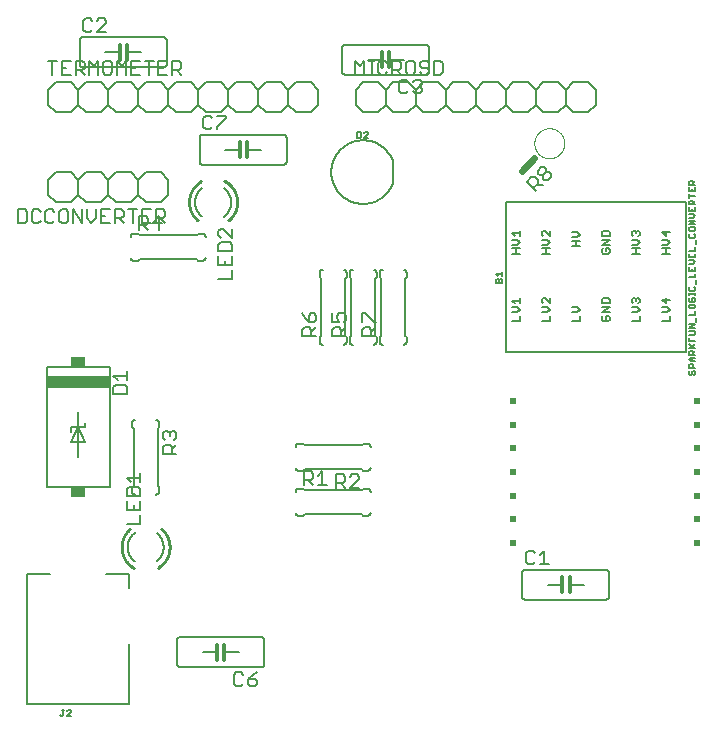
<source format=gtl>
G75*
%MOIN*%
%OFA0B0*%
%FSLAX25Y25*%
%IPPOS*%
%LPD*%
%AMOC8*
5,1,8,0,0,1.08239X$1,22.5*
%
%ADD10C,0.01200*%
%ADD11C,0.00600*%
%ADD12C,0.00500*%
%ADD13R,0.05000X0.03500*%
%ADD14R,0.21000X0.04000*%
%ADD15C,0.00800*%
%ADD16C,0.01000*%
%ADD17R,0.02000X0.02000*%
%ADD18C,0.02400*%
%ADD19C,0.00400*%
D10*
X0075500Y0032500D02*
X0075500Y0035000D01*
X0075500Y0037500D01*
X0078000Y0037500D02*
X0078000Y0035000D01*
X0078000Y0032500D01*
X0190600Y0055000D02*
X0190600Y0057500D01*
X0190600Y0060000D01*
X0193100Y0060000D02*
X0193100Y0057500D01*
X0193100Y0055000D01*
X0085600Y0200000D02*
X0085600Y0202500D01*
X0085600Y0205000D01*
X0083100Y0205000D02*
X0083100Y0202500D01*
X0083100Y0200000D01*
X0045600Y0232500D02*
X0045600Y0235000D01*
X0045600Y0237500D01*
X0043100Y0237500D02*
X0043100Y0235000D01*
X0043100Y0232500D01*
X0130500Y0232500D02*
X0130500Y0230000D01*
X0130500Y0232500D02*
X0130500Y0235000D01*
X0133000Y0235000D02*
X0133000Y0232500D01*
X0133000Y0230000D01*
D11*
X0133000Y0232500D02*
X0137800Y0232500D01*
X0139300Y0225000D02*
X0134300Y0225000D01*
X0131800Y0222500D01*
X0131800Y0217500D01*
X0134300Y0215000D01*
X0139300Y0215000D01*
X0141800Y0217500D01*
X0141800Y0222500D01*
X0139300Y0225000D01*
X0141800Y0222500D02*
X0144300Y0225000D01*
X0149300Y0225000D01*
X0151800Y0222500D01*
X0154300Y0225000D01*
X0159300Y0225000D01*
X0161800Y0222500D01*
X0164300Y0225000D01*
X0169300Y0225000D01*
X0171800Y0222500D01*
X0171800Y0217500D01*
X0169300Y0215000D01*
X0164300Y0215000D01*
X0161800Y0217500D01*
X0159300Y0215000D01*
X0154300Y0215000D01*
X0151800Y0217500D01*
X0149300Y0215000D01*
X0144300Y0215000D01*
X0141800Y0217500D01*
X0131800Y0217500D02*
X0129300Y0215000D01*
X0124300Y0215000D01*
X0121800Y0217500D01*
X0121800Y0222500D01*
X0124300Y0225000D01*
X0129300Y0225000D01*
X0131800Y0222500D01*
X0130500Y0232500D02*
X0125800Y0232500D01*
X0118300Y0227500D02*
X0118240Y0227502D01*
X0118179Y0227507D01*
X0118120Y0227516D01*
X0118061Y0227529D01*
X0118002Y0227545D01*
X0117945Y0227565D01*
X0117890Y0227588D01*
X0117835Y0227615D01*
X0117783Y0227644D01*
X0117732Y0227677D01*
X0117683Y0227713D01*
X0117637Y0227751D01*
X0117593Y0227793D01*
X0117551Y0227837D01*
X0117513Y0227883D01*
X0117477Y0227932D01*
X0117444Y0227983D01*
X0117415Y0228035D01*
X0117388Y0228090D01*
X0117365Y0228145D01*
X0117345Y0228202D01*
X0117329Y0228261D01*
X0117316Y0228320D01*
X0117307Y0228379D01*
X0117302Y0228440D01*
X0117300Y0228500D01*
X0117300Y0236500D01*
X0117302Y0236560D01*
X0117307Y0236621D01*
X0117316Y0236680D01*
X0117329Y0236739D01*
X0117345Y0236798D01*
X0117365Y0236855D01*
X0117388Y0236910D01*
X0117415Y0236965D01*
X0117444Y0237017D01*
X0117477Y0237068D01*
X0117513Y0237117D01*
X0117551Y0237163D01*
X0117593Y0237207D01*
X0117637Y0237249D01*
X0117683Y0237287D01*
X0117732Y0237323D01*
X0117783Y0237356D01*
X0117835Y0237385D01*
X0117890Y0237412D01*
X0117945Y0237435D01*
X0118002Y0237455D01*
X0118061Y0237471D01*
X0118120Y0237484D01*
X0118179Y0237493D01*
X0118240Y0237498D01*
X0118300Y0237500D01*
X0145300Y0237500D01*
X0145360Y0237498D01*
X0145421Y0237493D01*
X0145480Y0237484D01*
X0145539Y0237471D01*
X0145598Y0237455D01*
X0145655Y0237435D01*
X0145710Y0237412D01*
X0145765Y0237385D01*
X0145817Y0237356D01*
X0145868Y0237323D01*
X0145917Y0237287D01*
X0145963Y0237249D01*
X0146007Y0237207D01*
X0146049Y0237163D01*
X0146087Y0237117D01*
X0146123Y0237068D01*
X0146156Y0237017D01*
X0146185Y0236965D01*
X0146212Y0236910D01*
X0146235Y0236855D01*
X0146255Y0236798D01*
X0146271Y0236739D01*
X0146284Y0236680D01*
X0146293Y0236621D01*
X0146298Y0236560D01*
X0146300Y0236500D01*
X0146300Y0228500D01*
X0146298Y0228440D01*
X0146293Y0228379D01*
X0146284Y0228320D01*
X0146271Y0228261D01*
X0146255Y0228202D01*
X0146235Y0228145D01*
X0146212Y0228090D01*
X0146185Y0228035D01*
X0146156Y0227983D01*
X0146123Y0227932D01*
X0146087Y0227883D01*
X0146049Y0227837D01*
X0146007Y0227793D01*
X0145963Y0227751D01*
X0145917Y0227713D01*
X0145868Y0227677D01*
X0145817Y0227644D01*
X0145765Y0227615D01*
X0145710Y0227588D01*
X0145655Y0227565D01*
X0145598Y0227545D01*
X0145539Y0227529D01*
X0145480Y0227516D01*
X0145421Y0227507D01*
X0145360Y0227502D01*
X0145300Y0227500D01*
X0118300Y0227500D01*
X0109300Y0222500D02*
X0109300Y0217500D01*
X0106800Y0215000D01*
X0101800Y0215000D01*
X0099300Y0217500D01*
X0096800Y0215000D01*
X0091800Y0215000D01*
X0089300Y0217500D01*
X0086800Y0215000D01*
X0081800Y0215000D01*
X0079300Y0217500D01*
X0076800Y0215000D01*
X0071800Y0215000D01*
X0069300Y0217500D01*
X0066800Y0215000D01*
X0061800Y0215000D01*
X0059300Y0217500D01*
X0056800Y0215000D01*
X0051800Y0215000D01*
X0049300Y0217500D01*
X0046800Y0215000D01*
X0041800Y0215000D01*
X0039300Y0217500D01*
X0036800Y0215000D01*
X0031800Y0215000D01*
X0029300Y0217500D01*
X0026800Y0215000D01*
X0021800Y0215000D01*
X0019300Y0217500D01*
X0019300Y0222500D01*
X0021800Y0225000D01*
X0026800Y0225000D01*
X0029300Y0222500D01*
X0031800Y0225000D01*
X0036800Y0225000D01*
X0039300Y0222500D01*
X0039300Y0217500D01*
X0039300Y0222500D02*
X0041800Y0225000D01*
X0046800Y0225000D01*
X0049300Y0222500D01*
X0051800Y0225000D01*
X0056800Y0225000D01*
X0059300Y0222500D01*
X0061800Y0225000D01*
X0066800Y0225000D01*
X0069300Y0222500D01*
X0069300Y0217500D01*
X0069300Y0222500D02*
X0071800Y0225000D01*
X0076800Y0225000D01*
X0079300Y0222500D01*
X0081800Y0225000D01*
X0086800Y0225000D01*
X0089300Y0222500D01*
X0091800Y0225000D01*
X0096800Y0225000D01*
X0099300Y0222500D01*
X0101800Y0225000D01*
X0106800Y0225000D01*
X0109300Y0222500D01*
X0099300Y0222500D02*
X0099300Y0217500D01*
X0089300Y0217500D02*
X0089300Y0222500D01*
X0079300Y0222500D02*
X0079300Y0217500D01*
X0070800Y0207500D02*
X0097800Y0207500D01*
X0097860Y0207498D01*
X0097921Y0207493D01*
X0097980Y0207484D01*
X0098039Y0207471D01*
X0098098Y0207455D01*
X0098155Y0207435D01*
X0098210Y0207412D01*
X0098265Y0207385D01*
X0098317Y0207356D01*
X0098368Y0207323D01*
X0098417Y0207287D01*
X0098463Y0207249D01*
X0098507Y0207207D01*
X0098549Y0207163D01*
X0098587Y0207117D01*
X0098623Y0207068D01*
X0098656Y0207017D01*
X0098685Y0206965D01*
X0098712Y0206910D01*
X0098735Y0206855D01*
X0098755Y0206798D01*
X0098771Y0206739D01*
X0098784Y0206680D01*
X0098793Y0206621D01*
X0098798Y0206560D01*
X0098800Y0206500D01*
X0098800Y0198500D01*
X0098798Y0198440D01*
X0098793Y0198379D01*
X0098784Y0198320D01*
X0098771Y0198261D01*
X0098755Y0198202D01*
X0098735Y0198145D01*
X0098712Y0198090D01*
X0098685Y0198035D01*
X0098656Y0197983D01*
X0098623Y0197932D01*
X0098587Y0197883D01*
X0098549Y0197837D01*
X0098507Y0197793D01*
X0098463Y0197751D01*
X0098417Y0197713D01*
X0098368Y0197677D01*
X0098317Y0197644D01*
X0098265Y0197615D01*
X0098210Y0197588D01*
X0098155Y0197565D01*
X0098098Y0197545D01*
X0098039Y0197529D01*
X0097980Y0197516D01*
X0097921Y0197507D01*
X0097860Y0197502D01*
X0097800Y0197500D01*
X0070800Y0197500D01*
X0070740Y0197502D01*
X0070679Y0197507D01*
X0070620Y0197516D01*
X0070561Y0197529D01*
X0070502Y0197545D01*
X0070445Y0197565D01*
X0070390Y0197588D01*
X0070335Y0197615D01*
X0070283Y0197644D01*
X0070232Y0197677D01*
X0070183Y0197713D01*
X0070137Y0197751D01*
X0070093Y0197793D01*
X0070051Y0197837D01*
X0070013Y0197883D01*
X0069977Y0197932D01*
X0069944Y0197983D01*
X0069915Y0198035D01*
X0069888Y0198090D01*
X0069865Y0198145D01*
X0069845Y0198202D01*
X0069829Y0198261D01*
X0069816Y0198320D01*
X0069807Y0198379D01*
X0069802Y0198440D01*
X0069800Y0198500D01*
X0069800Y0206500D01*
X0069802Y0206560D01*
X0069807Y0206621D01*
X0069816Y0206680D01*
X0069829Y0206739D01*
X0069845Y0206798D01*
X0069865Y0206855D01*
X0069888Y0206910D01*
X0069915Y0206965D01*
X0069944Y0207017D01*
X0069977Y0207068D01*
X0070013Y0207117D01*
X0070051Y0207163D01*
X0070093Y0207207D01*
X0070137Y0207249D01*
X0070183Y0207287D01*
X0070232Y0207323D01*
X0070283Y0207356D01*
X0070335Y0207385D01*
X0070390Y0207412D01*
X0070445Y0207435D01*
X0070502Y0207455D01*
X0070561Y0207471D01*
X0070620Y0207484D01*
X0070679Y0207493D01*
X0070740Y0207498D01*
X0070800Y0207500D01*
X0078300Y0202500D02*
X0083100Y0202500D01*
X0085600Y0202500D02*
X0090300Y0202500D01*
X0080300Y0185000D02*
X0080298Y0184846D01*
X0080292Y0184692D01*
X0080282Y0184538D01*
X0080268Y0184384D01*
X0080251Y0184231D01*
X0080229Y0184079D01*
X0080203Y0183927D01*
X0080174Y0183775D01*
X0080140Y0183625D01*
X0080103Y0183475D01*
X0080062Y0183327D01*
X0080017Y0183179D01*
X0079968Y0183033D01*
X0079916Y0182888D01*
X0079860Y0182745D01*
X0079800Y0182602D01*
X0079737Y0182462D01*
X0079670Y0182323D01*
X0079599Y0182186D01*
X0079525Y0182051D01*
X0079448Y0181918D01*
X0079367Y0181786D01*
X0079283Y0181657D01*
X0079195Y0181530D01*
X0079104Y0181406D01*
X0079011Y0181284D01*
X0078913Y0181164D01*
X0078813Y0181047D01*
X0078710Y0180932D01*
X0078604Y0180820D01*
X0078496Y0180711D01*
X0078384Y0180605D01*
X0078270Y0180501D01*
X0078153Y0180401D01*
X0078034Y0180303D01*
X0077912Y0180209D01*
X0077787Y0180118D01*
X0068300Y0185000D02*
X0068302Y0185152D01*
X0068308Y0185303D01*
X0068317Y0185454D01*
X0068331Y0185606D01*
X0068348Y0185756D01*
X0068369Y0185906D01*
X0068394Y0186056D01*
X0068422Y0186205D01*
X0068455Y0186353D01*
X0068491Y0186500D01*
X0068530Y0186647D01*
X0068574Y0186792D01*
X0068621Y0186936D01*
X0068672Y0187079D01*
X0068726Y0187220D01*
X0068784Y0187361D01*
X0068845Y0187499D01*
X0068910Y0187636D01*
X0068979Y0187772D01*
X0069050Y0187905D01*
X0069125Y0188037D01*
X0069204Y0188167D01*
X0069285Y0188294D01*
X0069370Y0188420D01*
X0069458Y0188544D01*
X0069549Y0188665D01*
X0069643Y0188784D01*
X0069741Y0188900D01*
X0069841Y0189014D01*
X0069943Y0189126D01*
X0070049Y0189234D01*
X0070157Y0189340D01*
X0070268Y0189444D01*
X0070382Y0189544D01*
X0070498Y0189642D01*
X0070617Y0189736D01*
X0068300Y0185000D02*
X0068302Y0184848D01*
X0068308Y0184697D01*
X0068317Y0184546D01*
X0068331Y0184394D01*
X0068348Y0184244D01*
X0068369Y0184094D01*
X0068394Y0183944D01*
X0068422Y0183795D01*
X0068455Y0183647D01*
X0068491Y0183500D01*
X0068530Y0183353D01*
X0068574Y0183208D01*
X0068621Y0183064D01*
X0068672Y0182921D01*
X0068726Y0182780D01*
X0068784Y0182639D01*
X0068845Y0182501D01*
X0068910Y0182364D01*
X0068979Y0182228D01*
X0069050Y0182095D01*
X0069125Y0181963D01*
X0069204Y0181833D01*
X0069285Y0181706D01*
X0069370Y0181580D01*
X0069458Y0181456D01*
X0069549Y0181335D01*
X0069643Y0181216D01*
X0069741Y0181100D01*
X0069841Y0180986D01*
X0069943Y0180874D01*
X0070049Y0180766D01*
X0070157Y0180660D01*
X0070268Y0180556D01*
X0070382Y0180456D01*
X0070498Y0180358D01*
X0070617Y0180264D01*
X0070800Y0174500D02*
X0069300Y0174500D01*
X0068800Y0174000D01*
X0049800Y0174000D01*
X0049300Y0174500D01*
X0047800Y0174500D01*
X0047740Y0174498D01*
X0047679Y0174493D01*
X0047620Y0174484D01*
X0047561Y0174471D01*
X0047502Y0174455D01*
X0047445Y0174435D01*
X0047390Y0174412D01*
X0047335Y0174385D01*
X0047283Y0174356D01*
X0047232Y0174323D01*
X0047183Y0174287D01*
X0047137Y0174249D01*
X0047093Y0174207D01*
X0047051Y0174163D01*
X0047013Y0174117D01*
X0046977Y0174068D01*
X0046944Y0174017D01*
X0046915Y0173965D01*
X0046888Y0173910D01*
X0046865Y0173855D01*
X0046845Y0173798D01*
X0046829Y0173739D01*
X0046816Y0173680D01*
X0046807Y0173621D01*
X0046802Y0173560D01*
X0046800Y0173500D01*
X0046800Y0166500D02*
X0046802Y0166440D01*
X0046807Y0166379D01*
X0046816Y0166320D01*
X0046829Y0166261D01*
X0046845Y0166202D01*
X0046865Y0166145D01*
X0046888Y0166090D01*
X0046915Y0166035D01*
X0046944Y0165983D01*
X0046977Y0165932D01*
X0047013Y0165883D01*
X0047051Y0165837D01*
X0047093Y0165793D01*
X0047137Y0165751D01*
X0047183Y0165713D01*
X0047232Y0165677D01*
X0047283Y0165644D01*
X0047335Y0165615D01*
X0047390Y0165588D01*
X0047445Y0165565D01*
X0047502Y0165545D01*
X0047561Y0165529D01*
X0047620Y0165516D01*
X0047679Y0165507D01*
X0047740Y0165502D01*
X0047800Y0165500D01*
X0049300Y0165500D01*
X0049800Y0166000D01*
X0068800Y0166000D01*
X0069300Y0165500D01*
X0070800Y0165500D01*
X0070860Y0165502D01*
X0070921Y0165507D01*
X0070980Y0165516D01*
X0071039Y0165529D01*
X0071098Y0165545D01*
X0071155Y0165565D01*
X0071210Y0165588D01*
X0071265Y0165615D01*
X0071317Y0165644D01*
X0071368Y0165677D01*
X0071417Y0165713D01*
X0071463Y0165751D01*
X0071507Y0165793D01*
X0071549Y0165837D01*
X0071587Y0165883D01*
X0071623Y0165932D01*
X0071656Y0165983D01*
X0071685Y0166035D01*
X0071712Y0166090D01*
X0071735Y0166145D01*
X0071755Y0166202D01*
X0071771Y0166261D01*
X0071784Y0166320D01*
X0071793Y0166379D01*
X0071798Y0166440D01*
X0071800Y0166500D01*
X0071800Y0173500D02*
X0071798Y0173560D01*
X0071793Y0173621D01*
X0071784Y0173680D01*
X0071771Y0173739D01*
X0071755Y0173798D01*
X0071735Y0173855D01*
X0071712Y0173910D01*
X0071685Y0173965D01*
X0071656Y0174017D01*
X0071623Y0174068D01*
X0071587Y0174117D01*
X0071549Y0174163D01*
X0071507Y0174207D01*
X0071463Y0174249D01*
X0071417Y0174287D01*
X0071368Y0174323D01*
X0071317Y0174356D01*
X0071265Y0174385D01*
X0071210Y0174412D01*
X0071155Y0174435D01*
X0071098Y0174455D01*
X0071039Y0174471D01*
X0070980Y0174484D01*
X0070921Y0174493D01*
X0070860Y0174498D01*
X0070800Y0174500D01*
X0080300Y0185000D02*
X0080298Y0185150D01*
X0080292Y0185301D01*
X0080283Y0185451D01*
X0080270Y0185600D01*
X0080253Y0185750D01*
X0080232Y0185899D01*
X0080208Y0186047D01*
X0080180Y0186195D01*
X0080148Y0186342D01*
X0080113Y0186488D01*
X0080073Y0186633D01*
X0080031Y0186777D01*
X0079984Y0186920D01*
X0079934Y0187062D01*
X0079881Y0187203D01*
X0079824Y0187342D01*
X0079764Y0187480D01*
X0079700Y0187616D01*
X0079633Y0187750D01*
X0079562Y0187883D01*
X0079488Y0188014D01*
X0079411Y0188143D01*
X0079330Y0188270D01*
X0079247Y0188395D01*
X0079160Y0188518D01*
X0079071Y0188639D01*
X0078978Y0188757D01*
X0078882Y0188873D01*
X0078784Y0188987D01*
X0078683Y0189098D01*
X0078578Y0189207D01*
X0078472Y0189312D01*
X0078362Y0189416D01*
X0078250Y0189516D01*
X0078136Y0189614D01*
X0078019Y0189708D01*
X0077900Y0189800D01*
X0059300Y0187500D02*
X0056800Y0185000D01*
X0051800Y0185000D01*
X0049300Y0187500D01*
X0046800Y0185000D01*
X0041800Y0185000D01*
X0039300Y0187500D01*
X0039300Y0192500D01*
X0041800Y0195000D01*
X0046800Y0195000D01*
X0049300Y0192500D01*
X0051800Y0195000D01*
X0056800Y0195000D01*
X0059300Y0192500D01*
X0059300Y0187500D01*
X0049300Y0187500D02*
X0049300Y0192500D01*
X0039300Y0192500D02*
X0036800Y0195000D01*
X0031800Y0195000D01*
X0029300Y0192500D01*
X0026800Y0195000D01*
X0021800Y0195000D01*
X0019300Y0192500D01*
X0019300Y0187500D01*
X0021800Y0185000D01*
X0026800Y0185000D01*
X0029300Y0187500D01*
X0029300Y0192500D01*
X0029300Y0187500D02*
X0031800Y0185000D01*
X0036800Y0185000D01*
X0039300Y0187500D01*
X0029300Y0217500D02*
X0029300Y0222500D01*
X0030800Y0230000D02*
X0057800Y0230000D01*
X0057860Y0230002D01*
X0057921Y0230007D01*
X0057980Y0230016D01*
X0058039Y0230029D01*
X0058098Y0230045D01*
X0058155Y0230065D01*
X0058210Y0230088D01*
X0058265Y0230115D01*
X0058317Y0230144D01*
X0058368Y0230177D01*
X0058417Y0230213D01*
X0058463Y0230251D01*
X0058507Y0230293D01*
X0058549Y0230337D01*
X0058587Y0230383D01*
X0058623Y0230432D01*
X0058656Y0230483D01*
X0058685Y0230535D01*
X0058712Y0230590D01*
X0058735Y0230645D01*
X0058755Y0230702D01*
X0058771Y0230761D01*
X0058784Y0230820D01*
X0058793Y0230879D01*
X0058798Y0230940D01*
X0058800Y0231000D01*
X0058800Y0239000D01*
X0058798Y0239060D01*
X0058793Y0239121D01*
X0058784Y0239180D01*
X0058771Y0239239D01*
X0058755Y0239298D01*
X0058735Y0239355D01*
X0058712Y0239410D01*
X0058685Y0239465D01*
X0058656Y0239517D01*
X0058623Y0239568D01*
X0058587Y0239617D01*
X0058549Y0239663D01*
X0058507Y0239707D01*
X0058463Y0239749D01*
X0058417Y0239787D01*
X0058368Y0239823D01*
X0058317Y0239856D01*
X0058265Y0239885D01*
X0058210Y0239912D01*
X0058155Y0239935D01*
X0058098Y0239955D01*
X0058039Y0239971D01*
X0057980Y0239984D01*
X0057921Y0239993D01*
X0057860Y0239998D01*
X0057800Y0240000D01*
X0030800Y0240000D01*
X0030740Y0239998D01*
X0030679Y0239993D01*
X0030620Y0239984D01*
X0030561Y0239971D01*
X0030502Y0239955D01*
X0030445Y0239935D01*
X0030390Y0239912D01*
X0030335Y0239885D01*
X0030283Y0239856D01*
X0030232Y0239823D01*
X0030183Y0239787D01*
X0030137Y0239749D01*
X0030093Y0239707D01*
X0030051Y0239663D01*
X0030013Y0239617D01*
X0029977Y0239568D01*
X0029944Y0239517D01*
X0029915Y0239465D01*
X0029888Y0239410D01*
X0029865Y0239355D01*
X0029845Y0239298D01*
X0029829Y0239239D01*
X0029816Y0239180D01*
X0029807Y0239121D01*
X0029802Y0239060D01*
X0029800Y0239000D01*
X0029800Y0231000D01*
X0029802Y0230940D01*
X0029807Y0230879D01*
X0029816Y0230820D01*
X0029829Y0230761D01*
X0029845Y0230702D01*
X0029865Y0230645D01*
X0029888Y0230590D01*
X0029915Y0230535D01*
X0029944Y0230483D01*
X0029977Y0230432D01*
X0030013Y0230383D01*
X0030051Y0230337D01*
X0030093Y0230293D01*
X0030137Y0230251D01*
X0030183Y0230213D01*
X0030232Y0230177D01*
X0030283Y0230144D01*
X0030335Y0230115D01*
X0030390Y0230088D01*
X0030445Y0230065D01*
X0030502Y0230045D01*
X0030561Y0230029D01*
X0030620Y0230016D01*
X0030679Y0230007D01*
X0030740Y0230002D01*
X0030800Y0230000D01*
X0038300Y0235000D02*
X0043100Y0235000D01*
X0045600Y0235000D02*
X0050300Y0235000D01*
X0049300Y0222500D02*
X0049300Y0217500D01*
X0059300Y0217500D02*
X0059300Y0222500D01*
X0109800Y0161500D02*
X0109800Y0160000D01*
X0110300Y0159500D01*
X0110300Y0140500D01*
X0109800Y0140000D01*
X0109800Y0138500D01*
X0109802Y0138440D01*
X0109807Y0138379D01*
X0109816Y0138320D01*
X0109829Y0138261D01*
X0109845Y0138202D01*
X0109865Y0138145D01*
X0109888Y0138090D01*
X0109915Y0138035D01*
X0109944Y0137983D01*
X0109977Y0137932D01*
X0110013Y0137883D01*
X0110051Y0137837D01*
X0110093Y0137793D01*
X0110137Y0137751D01*
X0110183Y0137713D01*
X0110232Y0137677D01*
X0110283Y0137644D01*
X0110335Y0137615D01*
X0110390Y0137588D01*
X0110445Y0137565D01*
X0110502Y0137545D01*
X0110561Y0137529D01*
X0110620Y0137516D01*
X0110679Y0137507D01*
X0110740Y0137502D01*
X0110800Y0137500D01*
X0117800Y0137500D02*
X0117860Y0137502D01*
X0117921Y0137507D01*
X0117980Y0137516D01*
X0118039Y0137529D01*
X0118098Y0137545D01*
X0118155Y0137565D01*
X0118210Y0137588D01*
X0118265Y0137615D01*
X0118317Y0137644D01*
X0118368Y0137677D01*
X0118417Y0137713D01*
X0118463Y0137751D01*
X0118507Y0137793D01*
X0118549Y0137837D01*
X0118587Y0137883D01*
X0118623Y0137932D01*
X0118656Y0137983D01*
X0118685Y0138035D01*
X0118712Y0138090D01*
X0118735Y0138145D01*
X0118755Y0138202D01*
X0118771Y0138261D01*
X0118784Y0138320D01*
X0118793Y0138379D01*
X0118798Y0138440D01*
X0118800Y0138500D01*
X0118800Y0140000D01*
X0118300Y0140500D01*
X0118300Y0159500D01*
X0118800Y0160000D01*
X0118800Y0161500D01*
X0118798Y0161560D01*
X0118793Y0161621D01*
X0118784Y0161680D01*
X0118771Y0161739D01*
X0118755Y0161798D01*
X0118735Y0161855D01*
X0118712Y0161910D01*
X0118685Y0161965D01*
X0118656Y0162017D01*
X0118623Y0162068D01*
X0118587Y0162117D01*
X0118549Y0162163D01*
X0118507Y0162207D01*
X0118463Y0162249D01*
X0118417Y0162287D01*
X0118368Y0162323D01*
X0118317Y0162356D01*
X0118265Y0162385D01*
X0118210Y0162412D01*
X0118155Y0162435D01*
X0118098Y0162455D01*
X0118039Y0162471D01*
X0117980Y0162484D01*
X0117921Y0162493D01*
X0117860Y0162498D01*
X0117800Y0162500D01*
X0119800Y0161500D02*
X0119800Y0160000D01*
X0120300Y0159500D01*
X0120300Y0140500D01*
X0119800Y0140000D01*
X0119800Y0138500D01*
X0119802Y0138440D01*
X0119807Y0138379D01*
X0119816Y0138320D01*
X0119829Y0138261D01*
X0119845Y0138202D01*
X0119865Y0138145D01*
X0119888Y0138090D01*
X0119915Y0138035D01*
X0119944Y0137983D01*
X0119977Y0137932D01*
X0120013Y0137883D01*
X0120051Y0137837D01*
X0120093Y0137793D01*
X0120137Y0137751D01*
X0120183Y0137713D01*
X0120232Y0137677D01*
X0120283Y0137644D01*
X0120335Y0137615D01*
X0120390Y0137588D01*
X0120445Y0137565D01*
X0120502Y0137545D01*
X0120561Y0137529D01*
X0120620Y0137516D01*
X0120679Y0137507D01*
X0120740Y0137502D01*
X0120800Y0137500D01*
X0127800Y0137500D02*
X0127860Y0137502D01*
X0127921Y0137507D01*
X0127980Y0137516D01*
X0128039Y0137529D01*
X0128098Y0137545D01*
X0128155Y0137565D01*
X0128210Y0137588D01*
X0128265Y0137615D01*
X0128317Y0137644D01*
X0128368Y0137677D01*
X0128417Y0137713D01*
X0128463Y0137751D01*
X0128507Y0137793D01*
X0128549Y0137837D01*
X0128587Y0137883D01*
X0128623Y0137932D01*
X0128656Y0137983D01*
X0128685Y0138035D01*
X0128712Y0138090D01*
X0128735Y0138145D01*
X0128755Y0138202D01*
X0128771Y0138261D01*
X0128784Y0138320D01*
X0128793Y0138379D01*
X0128798Y0138440D01*
X0128800Y0138500D01*
X0128800Y0140000D01*
X0128300Y0140500D01*
X0128300Y0159500D01*
X0128800Y0160000D01*
X0128800Y0161500D01*
X0129800Y0161500D02*
X0129800Y0160000D01*
X0130300Y0159500D01*
X0130300Y0140500D01*
X0129800Y0140000D01*
X0129800Y0138500D01*
X0129802Y0138440D01*
X0129807Y0138379D01*
X0129816Y0138320D01*
X0129829Y0138261D01*
X0129845Y0138202D01*
X0129865Y0138145D01*
X0129888Y0138090D01*
X0129915Y0138035D01*
X0129944Y0137983D01*
X0129977Y0137932D01*
X0130013Y0137883D01*
X0130051Y0137837D01*
X0130093Y0137793D01*
X0130137Y0137751D01*
X0130183Y0137713D01*
X0130232Y0137677D01*
X0130283Y0137644D01*
X0130335Y0137615D01*
X0130390Y0137588D01*
X0130445Y0137565D01*
X0130502Y0137545D01*
X0130561Y0137529D01*
X0130620Y0137516D01*
X0130679Y0137507D01*
X0130740Y0137502D01*
X0130800Y0137500D01*
X0137800Y0137500D02*
X0137860Y0137502D01*
X0137921Y0137507D01*
X0137980Y0137516D01*
X0138039Y0137529D01*
X0138098Y0137545D01*
X0138155Y0137565D01*
X0138210Y0137588D01*
X0138265Y0137615D01*
X0138317Y0137644D01*
X0138368Y0137677D01*
X0138417Y0137713D01*
X0138463Y0137751D01*
X0138507Y0137793D01*
X0138549Y0137837D01*
X0138587Y0137883D01*
X0138623Y0137932D01*
X0138656Y0137983D01*
X0138685Y0138035D01*
X0138712Y0138090D01*
X0138735Y0138145D01*
X0138755Y0138202D01*
X0138771Y0138261D01*
X0138784Y0138320D01*
X0138793Y0138379D01*
X0138798Y0138440D01*
X0138800Y0138500D01*
X0138800Y0140000D01*
X0138300Y0140500D01*
X0138300Y0159500D01*
X0138800Y0160000D01*
X0138800Y0161500D01*
X0138798Y0161560D01*
X0138793Y0161621D01*
X0138784Y0161680D01*
X0138771Y0161739D01*
X0138755Y0161798D01*
X0138735Y0161855D01*
X0138712Y0161910D01*
X0138685Y0161965D01*
X0138656Y0162017D01*
X0138623Y0162068D01*
X0138587Y0162117D01*
X0138549Y0162163D01*
X0138507Y0162207D01*
X0138463Y0162249D01*
X0138417Y0162287D01*
X0138368Y0162323D01*
X0138317Y0162356D01*
X0138265Y0162385D01*
X0138210Y0162412D01*
X0138155Y0162435D01*
X0138098Y0162455D01*
X0138039Y0162471D01*
X0137980Y0162484D01*
X0137921Y0162493D01*
X0137860Y0162498D01*
X0137800Y0162500D01*
X0130800Y0162500D02*
X0130740Y0162498D01*
X0130679Y0162493D01*
X0130620Y0162484D01*
X0130561Y0162471D01*
X0130502Y0162455D01*
X0130445Y0162435D01*
X0130390Y0162412D01*
X0130335Y0162385D01*
X0130283Y0162356D01*
X0130232Y0162323D01*
X0130183Y0162287D01*
X0130137Y0162249D01*
X0130093Y0162207D01*
X0130051Y0162163D01*
X0130013Y0162117D01*
X0129977Y0162068D01*
X0129944Y0162017D01*
X0129915Y0161965D01*
X0129888Y0161910D01*
X0129865Y0161855D01*
X0129845Y0161798D01*
X0129829Y0161739D01*
X0129816Y0161680D01*
X0129807Y0161621D01*
X0129802Y0161560D01*
X0129800Y0161500D01*
X0128800Y0161500D02*
X0128798Y0161560D01*
X0128793Y0161621D01*
X0128784Y0161680D01*
X0128771Y0161739D01*
X0128755Y0161798D01*
X0128735Y0161855D01*
X0128712Y0161910D01*
X0128685Y0161965D01*
X0128656Y0162017D01*
X0128623Y0162068D01*
X0128587Y0162117D01*
X0128549Y0162163D01*
X0128507Y0162207D01*
X0128463Y0162249D01*
X0128417Y0162287D01*
X0128368Y0162323D01*
X0128317Y0162356D01*
X0128265Y0162385D01*
X0128210Y0162412D01*
X0128155Y0162435D01*
X0128098Y0162455D01*
X0128039Y0162471D01*
X0127980Y0162484D01*
X0127921Y0162493D01*
X0127860Y0162498D01*
X0127800Y0162500D01*
X0120800Y0162500D02*
X0120740Y0162498D01*
X0120679Y0162493D01*
X0120620Y0162484D01*
X0120561Y0162471D01*
X0120502Y0162455D01*
X0120445Y0162435D01*
X0120390Y0162412D01*
X0120335Y0162385D01*
X0120283Y0162356D01*
X0120232Y0162323D01*
X0120183Y0162287D01*
X0120137Y0162249D01*
X0120093Y0162207D01*
X0120051Y0162163D01*
X0120013Y0162117D01*
X0119977Y0162068D01*
X0119944Y0162017D01*
X0119915Y0161965D01*
X0119888Y0161910D01*
X0119865Y0161855D01*
X0119845Y0161798D01*
X0119829Y0161739D01*
X0119816Y0161680D01*
X0119807Y0161621D01*
X0119802Y0161560D01*
X0119800Y0161500D01*
X0110800Y0162500D02*
X0110740Y0162498D01*
X0110679Y0162493D01*
X0110620Y0162484D01*
X0110561Y0162471D01*
X0110502Y0162455D01*
X0110445Y0162435D01*
X0110390Y0162412D01*
X0110335Y0162385D01*
X0110283Y0162356D01*
X0110232Y0162323D01*
X0110183Y0162287D01*
X0110137Y0162249D01*
X0110093Y0162207D01*
X0110051Y0162163D01*
X0110013Y0162117D01*
X0109977Y0162068D01*
X0109944Y0162017D01*
X0109915Y0161965D01*
X0109888Y0161910D01*
X0109865Y0161855D01*
X0109845Y0161798D01*
X0109829Y0161739D01*
X0109816Y0161680D01*
X0109807Y0161621D01*
X0109802Y0161560D01*
X0109800Y0161500D01*
X0104300Y0104500D02*
X0102800Y0104500D01*
X0102740Y0104498D01*
X0102679Y0104493D01*
X0102620Y0104484D01*
X0102561Y0104471D01*
X0102502Y0104455D01*
X0102445Y0104435D01*
X0102390Y0104412D01*
X0102335Y0104385D01*
X0102283Y0104356D01*
X0102232Y0104323D01*
X0102183Y0104287D01*
X0102137Y0104249D01*
X0102093Y0104207D01*
X0102051Y0104163D01*
X0102013Y0104117D01*
X0101977Y0104068D01*
X0101944Y0104017D01*
X0101915Y0103965D01*
X0101888Y0103910D01*
X0101865Y0103855D01*
X0101845Y0103798D01*
X0101829Y0103739D01*
X0101816Y0103680D01*
X0101807Y0103621D01*
X0101802Y0103560D01*
X0101800Y0103500D01*
X0104300Y0104500D02*
X0104800Y0104000D01*
X0123800Y0104000D01*
X0124300Y0104500D01*
X0125800Y0104500D01*
X0125860Y0104498D01*
X0125921Y0104493D01*
X0125980Y0104484D01*
X0126039Y0104471D01*
X0126098Y0104455D01*
X0126155Y0104435D01*
X0126210Y0104412D01*
X0126265Y0104385D01*
X0126317Y0104356D01*
X0126368Y0104323D01*
X0126417Y0104287D01*
X0126463Y0104249D01*
X0126507Y0104207D01*
X0126549Y0104163D01*
X0126587Y0104117D01*
X0126623Y0104068D01*
X0126656Y0104017D01*
X0126685Y0103965D01*
X0126712Y0103910D01*
X0126735Y0103855D01*
X0126755Y0103798D01*
X0126771Y0103739D01*
X0126784Y0103680D01*
X0126793Y0103621D01*
X0126798Y0103560D01*
X0126800Y0103500D01*
X0126800Y0096500D02*
X0126798Y0096440D01*
X0126793Y0096379D01*
X0126784Y0096320D01*
X0126771Y0096261D01*
X0126755Y0096202D01*
X0126735Y0096145D01*
X0126712Y0096090D01*
X0126685Y0096035D01*
X0126656Y0095983D01*
X0126623Y0095932D01*
X0126587Y0095883D01*
X0126549Y0095837D01*
X0126507Y0095793D01*
X0126463Y0095751D01*
X0126417Y0095713D01*
X0126368Y0095677D01*
X0126317Y0095644D01*
X0126265Y0095615D01*
X0126210Y0095588D01*
X0126155Y0095565D01*
X0126098Y0095545D01*
X0126039Y0095529D01*
X0125980Y0095516D01*
X0125921Y0095507D01*
X0125860Y0095502D01*
X0125800Y0095500D01*
X0124300Y0095500D01*
X0123800Y0096000D01*
X0104800Y0096000D01*
X0104300Y0095500D01*
X0102800Y0095500D01*
X0102740Y0095502D01*
X0102679Y0095507D01*
X0102620Y0095516D01*
X0102561Y0095529D01*
X0102502Y0095545D01*
X0102445Y0095565D01*
X0102390Y0095588D01*
X0102335Y0095615D01*
X0102283Y0095644D01*
X0102232Y0095677D01*
X0102183Y0095713D01*
X0102137Y0095751D01*
X0102093Y0095793D01*
X0102051Y0095837D01*
X0102013Y0095883D01*
X0101977Y0095932D01*
X0101944Y0095983D01*
X0101915Y0096035D01*
X0101888Y0096090D01*
X0101865Y0096145D01*
X0101845Y0096202D01*
X0101829Y0096261D01*
X0101816Y0096320D01*
X0101807Y0096379D01*
X0101802Y0096440D01*
X0101800Y0096500D01*
X0102800Y0089500D02*
X0104300Y0089500D01*
X0104800Y0089000D01*
X0123800Y0089000D01*
X0124300Y0089500D01*
X0125800Y0089500D01*
X0125860Y0089498D01*
X0125921Y0089493D01*
X0125980Y0089484D01*
X0126039Y0089471D01*
X0126098Y0089455D01*
X0126155Y0089435D01*
X0126210Y0089412D01*
X0126265Y0089385D01*
X0126317Y0089356D01*
X0126368Y0089323D01*
X0126417Y0089287D01*
X0126463Y0089249D01*
X0126507Y0089207D01*
X0126549Y0089163D01*
X0126587Y0089117D01*
X0126623Y0089068D01*
X0126656Y0089017D01*
X0126685Y0088965D01*
X0126712Y0088910D01*
X0126735Y0088855D01*
X0126755Y0088798D01*
X0126771Y0088739D01*
X0126784Y0088680D01*
X0126793Y0088621D01*
X0126798Y0088560D01*
X0126800Y0088500D01*
X0126800Y0081500D02*
X0126798Y0081440D01*
X0126793Y0081379D01*
X0126784Y0081320D01*
X0126771Y0081261D01*
X0126755Y0081202D01*
X0126735Y0081145D01*
X0126712Y0081090D01*
X0126685Y0081035D01*
X0126656Y0080983D01*
X0126623Y0080932D01*
X0126587Y0080883D01*
X0126549Y0080837D01*
X0126507Y0080793D01*
X0126463Y0080751D01*
X0126417Y0080713D01*
X0126368Y0080677D01*
X0126317Y0080644D01*
X0126265Y0080615D01*
X0126210Y0080588D01*
X0126155Y0080565D01*
X0126098Y0080545D01*
X0126039Y0080529D01*
X0125980Y0080516D01*
X0125921Y0080507D01*
X0125860Y0080502D01*
X0125800Y0080500D01*
X0124300Y0080500D01*
X0123800Y0081000D01*
X0104800Y0081000D01*
X0104300Y0080500D01*
X0102800Y0080500D01*
X0102740Y0080502D01*
X0102679Y0080507D01*
X0102620Y0080516D01*
X0102561Y0080529D01*
X0102502Y0080545D01*
X0102445Y0080565D01*
X0102390Y0080588D01*
X0102335Y0080615D01*
X0102283Y0080644D01*
X0102232Y0080677D01*
X0102183Y0080713D01*
X0102137Y0080751D01*
X0102093Y0080793D01*
X0102051Y0080837D01*
X0102013Y0080883D01*
X0101977Y0080932D01*
X0101944Y0080983D01*
X0101915Y0081035D01*
X0101888Y0081090D01*
X0101865Y0081145D01*
X0101845Y0081202D01*
X0101829Y0081261D01*
X0101816Y0081320D01*
X0101807Y0081379D01*
X0101802Y0081440D01*
X0101800Y0081500D01*
X0101800Y0088500D02*
X0101802Y0088560D01*
X0101807Y0088621D01*
X0101816Y0088680D01*
X0101829Y0088739D01*
X0101845Y0088798D01*
X0101865Y0088855D01*
X0101888Y0088910D01*
X0101915Y0088965D01*
X0101944Y0089017D01*
X0101977Y0089068D01*
X0102013Y0089117D01*
X0102051Y0089163D01*
X0102093Y0089207D01*
X0102137Y0089249D01*
X0102183Y0089287D01*
X0102232Y0089323D01*
X0102283Y0089356D01*
X0102335Y0089385D01*
X0102390Y0089412D01*
X0102445Y0089435D01*
X0102502Y0089455D01*
X0102561Y0089471D01*
X0102620Y0089484D01*
X0102679Y0089493D01*
X0102740Y0089498D01*
X0102800Y0089500D01*
X0090300Y0040000D02*
X0063300Y0040000D01*
X0063240Y0039998D01*
X0063179Y0039993D01*
X0063120Y0039984D01*
X0063061Y0039971D01*
X0063002Y0039955D01*
X0062945Y0039935D01*
X0062890Y0039912D01*
X0062835Y0039885D01*
X0062783Y0039856D01*
X0062732Y0039823D01*
X0062683Y0039787D01*
X0062637Y0039749D01*
X0062593Y0039707D01*
X0062551Y0039663D01*
X0062513Y0039617D01*
X0062477Y0039568D01*
X0062444Y0039517D01*
X0062415Y0039465D01*
X0062388Y0039410D01*
X0062365Y0039355D01*
X0062345Y0039298D01*
X0062329Y0039239D01*
X0062316Y0039180D01*
X0062307Y0039121D01*
X0062302Y0039060D01*
X0062300Y0039000D01*
X0062300Y0031000D01*
X0062302Y0030940D01*
X0062307Y0030879D01*
X0062316Y0030820D01*
X0062329Y0030761D01*
X0062345Y0030702D01*
X0062365Y0030645D01*
X0062388Y0030590D01*
X0062415Y0030535D01*
X0062444Y0030483D01*
X0062477Y0030432D01*
X0062513Y0030383D01*
X0062551Y0030337D01*
X0062593Y0030293D01*
X0062637Y0030251D01*
X0062683Y0030213D01*
X0062732Y0030177D01*
X0062783Y0030144D01*
X0062835Y0030115D01*
X0062890Y0030088D01*
X0062945Y0030065D01*
X0063002Y0030045D01*
X0063061Y0030029D01*
X0063120Y0030016D01*
X0063179Y0030007D01*
X0063240Y0030002D01*
X0063300Y0030000D01*
X0090300Y0030000D01*
X0090360Y0030002D01*
X0090421Y0030007D01*
X0090480Y0030016D01*
X0090539Y0030029D01*
X0090598Y0030045D01*
X0090655Y0030065D01*
X0090710Y0030088D01*
X0090765Y0030115D01*
X0090817Y0030144D01*
X0090868Y0030177D01*
X0090917Y0030213D01*
X0090963Y0030251D01*
X0091007Y0030293D01*
X0091049Y0030337D01*
X0091087Y0030383D01*
X0091123Y0030432D01*
X0091156Y0030483D01*
X0091185Y0030535D01*
X0091212Y0030590D01*
X0091235Y0030645D01*
X0091255Y0030702D01*
X0091271Y0030761D01*
X0091284Y0030820D01*
X0091293Y0030879D01*
X0091298Y0030940D01*
X0091300Y0031000D01*
X0091300Y0039000D01*
X0091298Y0039060D01*
X0091293Y0039121D01*
X0091284Y0039180D01*
X0091271Y0039239D01*
X0091255Y0039298D01*
X0091235Y0039355D01*
X0091212Y0039410D01*
X0091185Y0039465D01*
X0091156Y0039517D01*
X0091123Y0039568D01*
X0091087Y0039617D01*
X0091049Y0039663D01*
X0091007Y0039707D01*
X0090963Y0039749D01*
X0090917Y0039787D01*
X0090868Y0039823D01*
X0090817Y0039856D01*
X0090765Y0039885D01*
X0090710Y0039912D01*
X0090655Y0039935D01*
X0090598Y0039955D01*
X0090539Y0039971D01*
X0090480Y0039984D01*
X0090421Y0039993D01*
X0090360Y0039998D01*
X0090300Y0040000D01*
X0082800Y0035000D02*
X0078000Y0035000D01*
X0075500Y0035000D02*
X0070800Y0035000D01*
X0045800Y0070000D02*
X0045802Y0070154D01*
X0045808Y0070308D01*
X0045818Y0070462D01*
X0045832Y0070616D01*
X0045849Y0070769D01*
X0045871Y0070921D01*
X0045897Y0071073D01*
X0045926Y0071225D01*
X0045960Y0071375D01*
X0045997Y0071525D01*
X0046038Y0071673D01*
X0046083Y0071821D01*
X0046132Y0071967D01*
X0046184Y0072112D01*
X0046240Y0072255D01*
X0046300Y0072398D01*
X0046363Y0072538D01*
X0046430Y0072677D01*
X0046501Y0072814D01*
X0046575Y0072949D01*
X0046652Y0073082D01*
X0046733Y0073214D01*
X0046817Y0073343D01*
X0046905Y0073470D01*
X0046996Y0073594D01*
X0047089Y0073716D01*
X0047187Y0073836D01*
X0047287Y0073953D01*
X0047390Y0074068D01*
X0047496Y0074180D01*
X0047604Y0074289D01*
X0047716Y0074395D01*
X0047830Y0074499D01*
X0047947Y0074599D01*
X0048066Y0074697D01*
X0048188Y0074791D01*
X0048313Y0074882D01*
X0057800Y0070000D02*
X0057798Y0069848D01*
X0057792Y0069697D01*
X0057783Y0069546D01*
X0057769Y0069394D01*
X0057752Y0069244D01*
X0057731Y0069094D01*
X0057706Y0068944D01*
X0057678Y0068795D01*
X0057645Y0068647D01*
X0057609Y0068500D01*
X0057570Y0068353D01*
X0057526Y0068208D01*
X0057479Y0068064D01*
X0057428Y0067921D01*
X0057374Y0067780D01*
X0057316Y0067639D01*
X0057255Y0067501D01*
X0057190Y0067364D01*
X0057121Y0067228D01*
X0057050Y0067095D01*
X0056975Y0066963D01*
X0056896Y0066833D01*
X0056815Y0066706D01*
X0056730Y0066580D01*
X0056642Y0066456D01*
X0056551Y0066335D01*
X0056457Y0066216D01*
X0056359Y0066100D01*
X0056259Y0065986D01*
X0056157Y0065874D01*
X0056051Y0065766D01*
X0055943Y0065660D01*
X0055832Y0065556D01*
X0055718Y0065456D01*
X0055602Y0065358D01*
X0055483Y0065264D01*
X0057800Y0070000D02*
X0057798Y0070152D01*
X0057792Y0070303D01*
X0057783Y0070454D01*
X0057769Y0070606D01*
X0057752Y0070756D01*
X0057731Y0070906D01*
X0057706Y0071056D01*
X0057678Y0071205D01*
X0057645Y0071353D01*
X0057609Y0071500D01*
X0057570Y0071647D01*
X0057526Y0071792D01*
X0057479Y0071936D01*
X0057428Y0072079D01*
X0057374Y0072220D01*
X0057316Y0072361D01*
X0057255Y0072499D01*
X0057190Y0072636D01*
X0057121Y0072772D01*
X0057050Y0072905D01*
X0056975Y0073037D01*
X0056896Y0073167D01*
X0056815Y0073294D01*
X0056730Y0073420D01*
X0056642Y0073544D01*
X0056551Y0073665D01*
X0056457Y0073784D01*
X0056359Y0073900D01*
X0056259Y0074014D01*
X0056157Y0074126D01*
X0056051Y0074234D01*
X0055943Y0074340D01*
X0055832Y0074444D01*
X0055718Y0074544D01*
X0055602Y0074642D01*
X0055483Y0074736D01*
X0045800Y0070000D02*
X0045802Y0069850D01*
X0045808Y0069699D01*
X0045817Y0069549D01*
X0045830Y0069400D01*
X0045847Y0069250D01*
X0045868Y0069101D01*
X0045892Y0068953D01*
X0045920Y0068805D01*
X0045952Y0068658D01*
X0045987Y0068512D01*
X0046027Y0068367D01*
X0046069Y0068223D01*
X0046116Y0068080D01*
X0046166Y0067938D01*
X0046219Y0067797D01*
X0046276Y0067658D01*
X0046336Y0067520D01*
X0046400Y0067384D01*
X0046467Y0067250D01*
X0046538Y0067117D01*
X0046612Y0066986D01*
X0046689Y0066857D01*
X0046770Y0066730D01*
X0046853Y0066605D01*
X0046940Y0066482D01*
X0047029Y0066361D01*
X0047122Y0066243D01*
X0047218Y0066127D01*
X0047316Y0066013D01*
X0047417Y0065902D01*
X0047522Y0065793D01*
X0047628Y0065688D01*
X0047738Y0065584D01*
X0047850Y0065484D01*
X0047964Y0065386D01*
X0048081Y0065292D01*
X0048200Y0065200D01*
X0048300Y0087500D02*
X0048240Y0087502D01*
X0048179Y0087507D01*
X0048120Y0087516D01*
X0048061Y0087529D01*
X0048002Y0087545D01*
X0047945Y0087565D01*
X0047890Y0087588D01*
X0047835Y0087615D01*
X0047783Y0087644D01*
X0047732Y0087677D01*
X0047683Y0087713D01*
X0047637Y0087751D01*
X0047593Y0087793D01*
X0047551Y0087837D01*
X0047513Y0087883D01*
X0047477Y0087932D01*
X0047444Y0087983D01*
X0047415Y0088035D01*
X0047388Y0088090D01*
X0047365Y0088145D01*
X0047345Y0088202D01*
X0047329Y0088261D01*
X0047316Y0088320D01*
X0047307Y0088379D01*
X0047302Y0088440D01*
X0047300Y0088500D01*
X0047300Y0090000D01*
X0047800Y0090500D01*
X0047800Y0109500D01*
X0047300Y0110000D01*
X0047300Y0111500D01*
X0047302Y0111560D01*
X0047307Y0111621D01*
X0047316Y0111680D01*
X0047329Y0111739D01*
X0047345Y0111798D01*
X0047365Y0111855D01*
X0047388Y0111910D01*
X0047415Y0111965D01*
X0047444Y0112017D01*
X0047477Y0112068D01*
X0047513Y0112117D01*
X0047551Y0112163D01*
X0047593Y0112207D01*
X0047637Y0112249D01*
X0047683Y0112287D01*
X0047732Y0112323D01*
X0047783Y0112356D01*
X0047835Y0112385D01*
X0047890Y0112412D01*
X0047945Y0112435D01*
X0048002Y0112455D01*
X0048061Y0112471D01*
X0048120Y0112484D01*
X0048179Y0112493D01*
X0048240Y0112498D01*
X0048300Y0112500D01*
X0055300Y0112500D02*
X0055360Y0112498D01*
X0055421Y0112493D01*
X0055480Y0112484D01*
X0055539Y0112471D01*
X0055598Y0112455D01*
X0055655Y0112435D01*
X0055710Y0112412D01*
X0055765Y0112385D01*
X0055817Y0112356D01*
X0055868Y0112323D01*
X0055917Y0112287D01*
X0055963Y0112249D01*
X0056007Y0112207D01*
X0056049Y0112163D01*
X0056087Y0112117D01*
X0056123Y0112068D01*
X0056156Y0112017D01*
X0056185Y0111965D01*
X0056212Y0111910D01*
X0056235Y0111855D01*
X0056255Y0111798D01*
X0056271Y0111739D01*
X0056284Y0111680D01*
X0056293Y0111621D01*
X0056298Y0111560D01*
X0056300Y0111500D01*
X0056300Y0110000D01*
X0055800Y0109500D01*
X0055800Y0090500D01*
X0056300Y0090000D01*
X0056300Y0088500D01*
X0056298Y0088440D01*
X0056293Y0088379D01*
X0056284Y0088320D01*
X0056271Y0088261D01*
X0056255Y0088202D01*
X0056235Y0088145D01*
X0056212Y0088090D01*
X0056185Y0088035D01*
X0056156Y0087983D01*
X0056123Y0087932D01*
X0056087Y0087883D01*
X0056049Y0087837D01*
X0056007Y0087793D01*
X0055963Y0087751D01*
X0055917Y0087713D01*
X0055868Y0087677D01*
X0055817Y0087644D01*
X0055765Y0087615D01*
X0055710Y0087588D01*
X0055655Y0087565D01*
X0055598Y0087545D01*
X0055539Y0087529D01*
X0055480Y0087516D01*
X0055421Y0087507D01*
X0055360Y0087502D01*
X0055300Y0087500D01*
X0039800Y0090000D02*
X0039800Y0130000D01*
X0018800Y0130000D01*
X0018800Y0090000D01*
X0039800Y0090000D01*
X0029300Y0100000D02*
X0029300Y0110000D01*
X0031600Y0110000D01*
X0031600Y0111500D01*
X0029300Y0110000D02*
X0027000Y0110000D01*
X0027000Y0108500D01*
X0029300Y0110000D02*
X0027000Y0105000D01*
X0031600Y0105000D01*
X0029300Y0110000D01*
X0029300Y0115000D01*
X0151800Y0217500D02*
X0151800Y0222500D01*
X0161800Y0222500D02*
X0161800Y0217500D01*
X0171800Y0217500D02*
X0174300Y0215000D01*
X0179300Y0215000D01*
X0181800Y0217500D01*
X0184300Y0215000D01*
X0189300Y0215000D01*
X0191800Y0217500D01*
X0194300Y0215000D01*
X0199300Y0215000D01*
X0201800Y0217500D01*
X0201800Y0222500D01*
X0199300Y0225000D01*
X0194300Y0225000D01*
X0191800Y0222500D01*
X0191800Y0217500D01*
X0191800Y0222500D02*
X0189300Y0225000D01*
X0184300Y0225000D01*
X0181800Y0222500D01*
X0181800Y0217500D01*
X0181800Y0222500D02*
X0179300Y0225000D01*
X0174300Y0225000D01*
X0171800Y0222500D01*
X0176500Y0175428D02*
X0176500Y0173693D01*
X0176500Y0174560D02*
X0173898Y0174560D01*
X0174765Y0173693D01*
X0175633Y0172481D02*
X0173898Y0172481D01*
X0173898Y0170747D02*
X0175633Y0170747D01*
X0176500Y0171614D01*
X0175633Y0172481D01*
X0175199Y0169535D02*
X0175199Y0167800D01*
X0176500Y0167800D02*
X0173898Y0167800D01*
X0173898Y0169535D02*
X0176500Y0169535D01*
X0183898Y0169535D02*
X0186500Y0169535D01*
X0185199Y0169535D02*
X0185199Y0167800D01*
X0186500Y0167800D02*
X0183898Y0167800D01*
X0183898Y0170747D02*
X0185633Y0170747D01*
X0186500Y0171614D01*
X0185633Y0172481D01*
X0183898Y0172481D01*
X0184331Y0173693D02*
X0183898Y0174127D01*
X0183898Y0174994D01*
X0184331Y0175428D01*
X0184765Y0175428D01*
X0186500Y0173693D01*
X0186500Y0175428D01*
X0193898Y0174981D02*
X0195633Y0174981D01*
X0196500Y0174114D01*
X0195633Y0173247D01*
X0193898Y0173247D01*
X0193898Y0172035D02*
X0196500Y0172035D01*
X0195199Y0172035D02*
X0195199Y0170300D01*
X0196500Y0170300D02*
X0193898Y0170300D01*
X0203898Y0170747D02*
X0206500Y0172481D01*
X0203898Y0172481D01*
X0203898Y0173693D02*
X0203898Y0174994D01*
X0204331Y0175428D01*
X0206066Y0175428D01*
X0206500Y0174994D01*
X0206500Y0173693D01*
X0203898Y0173693D01*
X0203898Y0170747D02*
X0206500Y0170747D01*
X0206066Y0169535D02*
X0205199Y0169535D01*
X0205199Y0168667D01*
X0206066Y0167800D02*
X0206500Y0168234D01*
X0206500Y0169101D01*
X0206066Y0169535D01*
X0204331Y0169535D02*
X0203898Y0169101D01*
X0203898Y0168234D01*
X0204331Y0167800D01*
X0206066Y0167800D01*
X0213898Y0167800D02*
X0216500Y0167800D01*
X0215199Y0167800D02*
X0215199Y0169535D01*
X0215633Y0170747D02*
X0213898Y0170747D01*
X0213898Y0169535D02*
X0216500Y0169535D01*
X0215633Y0170747D02*
X0216500Y0171614D01*
X0215633Y0172481D01*
X0213898Y0172481D01*
X0214331Y0173693D02*
X0213898Y0174127D01*
X0213898Y0174994D01*
X0214331Y0175428D01*
X0214765Y0175428D01*
X0215199Y0174994D01*
X0215633Y0175428D01*
X0216066Y0175428D01*
X0216500Y0174994D01*
X0216500Y0174127D01*
X0216066Y0173693D01*
X0215199Y0174560D02*
X0215199Y0174994D01*
X0223898Y0174994D02*
X0225199Y0173693D01*
X0225199Y0175428D01*
X0226500Y0174994D02*
X0223898Y0174994D01*
X0223898Y0172481D02*
X0225633Y0172481D01*
X0226500Y0171614D01*
X0225633Y0170747D01*
X0223898Y0170747D01*
X0223898Y0169535D02*
X0226500Y0169535D01*
X0225199Y0169535D02*
X0225199Y0167800D01*
X0226500Y0167800D02*
X0223898Y0167800D01*
X0225199Y0152928D02*
X0225199Y0151193D01*
X0223898Y0152494D01*
X0226500Y0152494D01*
X0225633Y0149981D02*
X0223898Y0149981D01*
X0223898Y0148247D02*
X0225633Y0148247D01*
X0226500Y0149114D01*
X0225633Y0149981D01*
X0226500Y0147035D02*
X0226500Y0145300D01*
X0223898Y0145300D01*
X0216500Y0145300D02*
X0216500Y0147035D01*
X0215633Y0148247D02*
X0213898Y0148247D01*
X0213898Y0149981D02*
X0215633Y0149981D01*
X0216500Y0149114D01*
X0215633Y0148247D01*
X0216066Y0151193D02*
X0216500Y0151627D01*
X0216500Y0152494D01*
X0216066Y0152928D01*
X0215633Y0152928D01*
X0215199Y0152494D01*
X0215199Y0152060D01*
X0215199Y0152494D02*
X0214765Y0152928D01*
X0214331Y0152928D01*
X0213898Y0152494D01*
X0213898Y0151627D01*
X0214331Y0151193D01*
X0213898Y0145300D02*
X0216500Y0145300D01*
X0206500Y0145734D02*
X0206500Y0146601D01*
X0206066Y0147035D01*
X0205199Y0147035D01*
X0205199Y0146167D01*
X0206066Y0145300D02*
X0206500Y0145734D01*
X0206066Y0145300D02*
X0204331Y0145300D01*
X0203898Y0145734D01*
X0203898Y0146601D01*
X0204331Y0147035D01*
X0203898Y0148247D02*
X0206500Y0149981D01*
X0203898Y0149981D01*
X0203898Y0151193D02*
X0203898Y0152494D01*
X0204331Y0152928D01*
X0206066Y0152928D01*
X0206500Y0152494D01*
X0206500Y0151193D01*
X0203898Y0151193D01*
X0203898Y0148247D02*
X0206500Y0148247D01*
X0196500Y0149114D02*
X0195633Y0149981D01*
X0193898Y0149981D01*
X0193898Y0148247D02*
X0195633Y0148247D01*
X0196500Y0149114D01*
X0196500Y0147035D02*
X0196500Y0145300D01*
X0193898Y0145300D01*
X0186500Y0145300D02*
X0186500Y0147035D01*
X0185633Y0148247D02*
X0183898Y0148247D01*
X0183898Y0149981D02*
X0185633Y0149981D01*
X0186500Y0149114D01*
X0185633Y0148247D01*
X0186500Y0151193D02*
X0184765Y0152928D01*
X0184331Y0152928D01*
X0183898Y0152494D01*
X0183898Y0151627D01*
X0184331Y0151193D01*
X0186500Y0151193D02*
X0186500Y0152928D01*
X0186500Y0145300D02*
X0183898Y0145300D01*
X0176500Y0145300D02*
X0176500Y0147035D01*
X0175633Y0148247D02*
X0173898Y0148247D01*
X0173898Y0149981D02*
X0175633Y0149981D01*
X0176500Y0149114D01*
X0175633Y0148247D01*
X0176500Y0151193D02*
X0176500Y0152928D01*
X0176500Y0152060D02*
X0173898Y0152060D01*
X0174765Y0151193D01*
X0173898Y0145300D02*
X0176500Y0145300D01*
X0178300Y0062500D02*
X0205300Y0062500D01*
X0205360Y0062498D01*
X0205421Y0062493D01*
X0205480Y0062484D01*
X0205539Y0062471D01*
X0205598Y0062455D01*
X0205655Y0062435D01*
X0205710Y0062412D01*
X0205765Y0062385D01*
X0205817Y0062356D01*
X0205868Y0062323D01*
X0205917Y0062287D01*
X0205963Y0062249D01*
X0206007Y0062207D01*
X0206049Y0062163D01*
X0206087Y0062117D01*
X0206123Y0062068D01*
X0206156Y0062017D01*
X0206185Y0061965D01*
X0206212Y0061910D01*
X0206235Y0061855D01*
X0206255Y0061798D01*
X0206271Y0061739D01*
X0206284Y0061680D01*
X0206293Y0061621D01*
X0206298Y0061560D01*
X0206300Y0061500D01*
X0206300Y0053500D01*
X0206298Y0053440D01*
X0206293Y0053379D01*
X0206284Y0053320D01*
X0206271Y0053261D01*
X0206255Y0053202D01*
X0206235Y0053145D01*
X0206212Y0053090D01*
X0206185Y0053035D01*
X0206156Y0052983D01*
X0206123Y0052932D01*
X0206087Y0052883D01*
X0206049Y0052837D01*
X0206007Y0052793D01*
X0205963Y0052751D01*
X0205917Y0052713D01*
X0205868Y0052677D01*
X0205817Y0052644D01*
X0205765Y0052615D01*
X0205710Y0052588D01*
X0205655Y0052565D01*
X0205598Y0052545D01*
X0205539Y0052529D01*
X0205480Y0052516D01*
X0205421Y0052507D01*
X0205360Y0052502D01*
X0205300Y0052500D01*
X0178300Y0052500D01*
X0178240Y0052502D01*
X0178179Y0052507D01*
X0178120Y0052516D01*
X0178061Y0052529D01*
X0178002Y0052545D01*
X0177945Y0052565D01*
X0177890Y0052588D01*
X0177835Y0052615D01*
X0177783Y0052644D01*
X0177732Y0052677D01*
X0177683Y0052713D01*
X0177637Y0052751D01*
X0177593Y0052793D01*
X0177551Y0052837D01*
X0177513Y0052883D01*
X0177477Y0052932D01*
X0177444Y0052983D01*
X0177415Y0053035D01*
X0177388Y0053090D01*
X0177365Y0053145D01*
X0177345Y0053202D01*
X0177329Y0053261D01*
X0177316Y0053320D01*
X0177307Y0053379D01*
X0177302Y0053440D01*
X0177300Y0053500D01*
X0177300Y0061500D01*
X0177302Y0061560D01*
X0177307Y0061621D01*
X0177316Y0061680D01*
X0177329Y0061739D01*
X0177345Y0061798D01*
X0177365Y0061855D01*
X0177388Y0061910D01*
X0177415Y0061965D01*
X0177444Y0062017D01*
X0177477Y0062068D01*
X0177513Y0062117D01*
X0177551Y0062163D01*
X0177593Y0062207D01*
X0177637Y0062249D01*
X0177683Y0062287D01*
X0177732Y0062323D01*
X0177783Y0062356D01*
X0177835Y0062385D01*
X0177890Y0062412D01*
X0177945Y0062435D01*
X0178002Y0062455D01*
X0178061Y0062471D01*
X0178120Y0062484D01*
X0178179Y0062493D01*
X0178240Y0062498D01*
X0178300Y0062500D01*
X0185800Y0057500D02*
X0190600Y0057500D01*
X0193100Y0057500D02*
X0197800Y0057500D01*
D12*
X0186156Y0064250D02*
X0183154Y0064250D01*
X0184655Y0064250D02*
X0184655Y0068754D01*
X0183154Y0067253D01*
X0181553Y0068003D02*
X0180802Y0068754D01*
X0179301Y0068754D01*
X0178550Y0068003D01*
X0178550Y0065001D01*
X0179301Y0064250D01*
X0180802Y0064250D01*
X0181553Y0065001D01*
X0122949Y0089750D02*
X0119946Y0089750D01*
X0122949Y0092753D01*
X0122949Y0093503D01*
X0122198Y0094254D01*
X0120697Y0094254D01*
X0119946Y0093503D01*
X0118345Y0093503D02*
X0118345Y0092002D01*
X0117594Y0091251D01*
X0115342Y0091251D01*
X0115342Y0089750D02*
X0115342Y0094254D01*
X0117594Y0094254D01*
X0118345Y0093503D01*
X0116843Y0091251D02*
X0118345Y0089750D01*
X0112156Y0090750D02*
X0109154Y0090750D01*
X0110655Y0090750D02*
X0110655Y0095254D01*
X0109154Y0093753D01*
X0107553Y0094503D02*
X0107553Y0093002D01*
X0106802Y0092251D01*
X0104550Y0092251D01*
X0104550Y0090750D02*
X0104550Y0095254D01*
X0106802Y0095254D01*
X0107553Y0094503D01*
X0106051Y0092251D02*
X0107553Y0090750D01*
X0062050Y0101042D02*
X0057546Y0101042D01*
X0057546Y0103294D01*
X0058297Y0104045D01*
X0059798Y0104045D01*
X0060549Y0103294D01*
X0060549Y0101042D01*
X0060549Y0102543D02*
X0062050Y0104045D01*
X0061299Y0105646D02*
X0062050Y0106397D01*
X0062050Y0107898D01*
X0061299Y0108649D01*
X0060549Y0108649D01*
X0059798Y0107898D01*
X0059798Y0107147D01*
X0059798Y0107898D02*
X0059047Y0108649D01*
X0058297Y0108649D01*
X0057546Y0107898D01*
X0057546Y0106397D01*
X0058297Y0105646D01*
X0050050Y0094564D02*
X0050050Y0091562D01*
X0050050Y0093063D02*
X0045546Y0093063D01*
X0047047Y0091562D01*
X0046297Y0089960D02*
X0045546Y0089210D01*
X0045546Y0086958D01*
X0050050Y0086958D01*
X0050050Y0089210D01*
X0049299Y0089960D01*
X0046297Y0089960D01*
X0045546Y0085356D02*
X0045546Y0082354D01*
X0050050Y0082354D01*
X0050050Y0085356D01*
X0047798Y0083855D02*
X0047798Y0082354D01*
X0050050Y0080753D02*
X0050050Y0077750D01*
X0045546Y0077750D01*
X0045550Y0121042D02*
X0041046Y0121042D01*
X0041046Y0123294D01*
X0041797Y0124045D01*
X0044799Y0124045D01*
X0045550Y0123294D01*
X0045550Y0121042D01*
X0045550Y0125646D02*
X0045550Y0128649D01*
X0045550Y0127147D02*
X0041046Y0127147D01*
X0042547Y0125646D01*
X0076046Y0159334D02*
X0080550Y0159334D01*
X0080550Y0162337D01*
X0080550Y0163938D02*
X0080550Y0166941D01*
X0080550Y0168542D02*
X0076046Y0168542D01*
X0076046Y0170794D01*
X0076797Y0171545D01*
X0079799Y0171545D01*
X0080550Y0170794D01*
X0080550Y0168542D01*
X0078298Y0165439D02*
X0078298Y0163938D01*
X0076046Y0163938D02*
X0080550Y0163938D01*
X0076046Y0163938D02*
X0076046Y0166941D01*
X0076797Y0173146D02*
X0076046Y0173897D01*
X0076046Y0175398D01*
X0076797Y0176149D01*
X0077547Y0176149D01*
X0080550Y0173146D01*
X0080550Y0176149D01*
X0058249Y0178050D02*
X0056747Y0179551D01*
X0057498Y0179551D02*
X0055246Y0179551D01*
X0056406Y0180254D02*
X0054154Y0178002D01*
X0057156Y0178002D01*
X0057498Y0179551D02*
X0058249Y0180302D01*
X0058249Y0181803D01*
X0057498Y0182554D01*
X0055246Y0182554D01*
X0055246Y0178050D01*
X0053645Y0178050D02*
X0050642Y0178050D01*
X0050642Y0182554D01*
X0053645Y0182554D01*
X0052143Y0180302D02*
X0050642Y0180302D01*
X0049550Y0180254D02*
X0051802Y0180254D01*
X0052553Y0179503D01*
X0052553Y0178002D01*
X0051802Y0177251D01*
X0049550Y0177251D01*
X0049550Y0175750D02*
X0049550Y0180254D01*
X0049041Y0182554D02*
X0046038Y0182554D01*
X0047539Y0182554D02*
X0047539Y0178050D01*
X0044437Y0178050D02*
X0042935Y0179551D01*
X0043686Y0179551D02*
X0041434Y0179551D01*
X0041434Y0178050D02*
X0041434Y0182554D01*
X0043686Y0182554D01*
X0044437Y0181803D01*
X0044437Y0180302D01*
X0043686Y0179551D01*
X0039833Y0178050D02*
X0036830Y0178050D01*
X0036830Y0182554D01*
X0039833Y0182554D01*
X0038332Y0180302D02*
X0036830Y0180302D01*
X0035229Y0179551D02*
X0035229Y0182554D01*
X0032226Y0182554D02*
X0032226Y0179551D01*
X0033728Y0178050D01*
X0035229Y0179551D01*
X0030625Y0178050D02*
X0030625Y0182554D01*
X0027622Y0182554D02*
X0030625Y0178050D01*
X0027622Y0178050D02*
X0027622Y0182554D01*
X0026021Y0181803D02*
X0025270Y0182554D01*
X0023769Y0182554D01*
X0023018Y0181803D01*
X0023018Y0178801D01*
X0023769Y0178050D01*
X0025270Y0178050D01*
X0026021Y0178801D01*
X0026021Y0181803D01*
X0021417Y0181803D02*
X0020666Y0182554D01*
X0019165Y0182554D01*
X0018415Y0181803D01*
X0018415Y0178801D01*
X0019165Y0178050D01*
X0020666Y0178050D01*
X0021417Y0178801D01*
X0016813Y0178801D02*
X0016063Y0178050D01*
X0014561Y0178050D01*
X0013811Y0178801D01*
X0013811Y0181803D01*
X0014561Y0182554D01*
X0016063Y0182554D01*
X0016813Y0181803D01*
X0012209Y0181803D02*
X0012209Y0178801D01*
X0011459Y0178050D01*
X0009207Y0178050D01*
X0009207Y0182554D01*
X0011459Y0182554D01*
X0012209Y0181803D01*
X0051051Y0177251D02*
X0052553Y0175750D01*
X0056406Y0175750D02*
X0056406Y0180254D01*
X0071801Y0209250D02*
X0073302Y0209250D01*
X0074053Y0210001D01*
X0075654Y0210001D02*
X0075654Y0209250D01*
X0075654Y0210001D02*
X0078656Y0213003D01*
X0078656Y0213754D01*
X0075654Y0213754D01*
X0074053Y0213003D02*
X0073302Y0213754D01*
X0071801Y0213754D01*
X0071050Y0213003D01*
X0071050Y0210001D01*
X0071801Y0209250D01*
X0063688Y0227450D02*
X0062187Y0228951D01*
X0062937Y0228951D02*
X0060685Y0228951D01*
X0060685Y0227450D02*
X0060685Y0231954D01*
X0062937Y0231954D01*
X0063688Y0231203D01*
X0063688Y0229702D01*
X0062937Y0228951D01*
X0059084Y0227450D02*
X0056081Y0227450D01*
X0056081Y0231954D01*
X0059084Y0231954D01*
X0057583Y0229702D02*
X0056081Y0229702D01*
X0054480Y0231954D02*
X0051477Y0231954D01*
X0052979Y0231954D02*
X0052979Y0227450D01*
X0049876Y0227450D02*
X0046874Y0227450D01*
X0046874Y0231954D01*
X0049876Y0231954D01*
X0048375Y0229702D02*
X0046874Y0229702D01*
X0045272Y0231954D02*
X0045272Y0227450D01*
X0042270Y0227450D02*
X0042270Y0231954D01*
X0043771Y0230453D01*
X0045272Y0231954D01*
X0040668Y0231203D02*
X0040668Y0228201D01*
X0039918Y0227450D01*
X0038416Y0227450D01*
X0037666Y0228201D01*
X0037666Y0231203D01*
X0038416Y0231954D01*
X0039918Y0231954D01*
X0040668Y0231203D01*
X0036064Y0231954D02*
X0036064Y0227450D01*
X0033062Y0227450D02*
X0033062Y0231954D01*
X0034563Y0230453D01*
X0036064Y0231954D01*
X0031460Y0231203D02*
X0031460Y0229702D01*
X0030710Y0228951D01*
X0028458Y0228951D01*
X0028458Y0227450D02*
X0028458Y0231954D01*
X0030710Y0231954D01*
X0031460Y0231203D01*
X0029959Y0228951D02*
X0031460Y0227450D01*
X0026856Y0227450D02*
X0023854Y0227450D01*
X0023854Y0231954D01*
X0026856Y0231954D01*
X0025355Y0229702D02*
X0023854Y0229702D01*
X0022253Y0231954D02*
X0019250Y0231954D01*
X0020751Y0231954D02*
X0020751Y0227450D01*
X0031801Y0241750D02*
X0031050Y0242501D01*
X0031050Y0245503D01*
X0031801Y0246254D01*
X0033302Y0246254D01*
X0034053Y0245503D01*
X0035654Y0245503D02*
X0036405Y0246254D01*
X0037906Y0246254D01*
X0038656Y0245503D01*
X0038656Y0244753D01*
X0035654Y0241750D01*
X0038656Y0241750D01*
X0034053Y0242501D02*
X0033302Y0241750D01*
X0031801Y0241750D01*
X0104046Y0147856D02*
X0104797Y0146355D01*
X0106298Y0144854D01*
X0106298Y0147106D01*
X0107049Y0147856D01*
X0107799Y0147856D01*
X0108550Y0147106D01*
X0108550Y0145605D01*
X0107799Y0144854D01*
X0106298Y0144854D01*
X0106298Y0143253D02*
X0107049Y0142502D01*
X0107049Y0140250D01*
X0108550Y0140250D02*
X0104046Y0140250D01*
X0104046Y0142502D01*
X0104797Y0143253D01*
X0106298Y0143253D01*
X0107049Y0141751D02*
X0108550Y0143253D01*
X0114046Y0142502D02*
X0114046Y0140250D01*
X0118550Y0140250D01*
X0117049Y0140250D02*
X0117049Y0142502D01*
X0116298Y0143253D01*
X0114797Y0143253D01*
X0114046Y0142502D01*
X0114046Y0144854D02*
X0116298Y0144854D01*
X0115547Y0146355D01*
X0115547Y0147106D01*
X0116298Y0147856D01*
X0117799Y0147856D01*
X0118550Y0147106D01*
X0118550Y0145605D01*
X0117799Y0144854D01*
X0118550Y0143253D02*
X0117049Y0141751D01*
X0114046Y0144854D02*
X0114046Y0147856D01*
X0124046Y0147856D02*
X0124046Y0144854D01*
X0124797Y0143253D02*
X0126298Y0143253D01*
X0127049Y0142502D01*
X0127049Y0140250D01*
X0128550Y0140250D02*
X0124046Y0140250D01*
X0124046Y0142502D01*
X0124797Y0143253D01*
X0127049Y0141751D02*
X0128550Y0143253D01*
X0128550Y0144854D02*
X0127799Y0144854D01*
X0124797Y0147856D01*
X0124046Y0147856D01*
X0134143Y0191063D02*
X0134143Y0198937D01*
X0125818Y0206500D02*
X0124550Y0206500D01*
X0125818Y0207768D01*
X0125818Y0208085D01*
X0125501Y0208402D01*
X0124867Y0208402D01*
X0124550Y0208085D01*
X0123608Y0208085D02*
X0123291Y0208402D01*
X0122340Y0208402D01*
X0122340Y0206500D01*
X0123291Y0206500D01*
X0123608Y0206817D01*
X0123608Y0208085D01*
X0134143Y0198937D02*
X0134043Y0199177D01*
X0133938Y0199415D01*
X0133826Y0199651D01*
X0133709Y0199883D01*
X0133587Y0200112D01*
X0133459Y0200339D01*
X0133325Y0200562D01*
X0133186Y0200782D01*
X0133041Y0200998D01*
X0132891Y0201211D01*
X0132736Y0201420D01*
X0132576Y0201625D01*
X0132411Y0201826D01*
X0132241Y0202023D01*
X0132066Y0202216D01*
X0131887Y0202404D01*
X0131703Y0202588D01*
X0131515Y0202767D01*
X0131322Y0202942D01*
X0131125Y0203112D01*
X0130924Y0203277D01*
X0130718Y0203437D01*
X0130510Y0203592D01*
X0130297Y0203742D01*
X0130080Y0203886D01*
X0129861Y0204026D01*
X0129637Y0204159D01*
X0129411Y0204288D01*
X0129182Y0204410D01*
X0128949Y0204527D01*
X0128714Y0204638D01*
X0128476Y0204744D01*
X0128236Y0204843D01*
X0127993Y0204937D01*
X0127748Y0205025D01*
X0127501Y0205106D01*
X0127252Y0205182D01*
X0127001Y0205251D01*
X0126749Y0205314D01*
X0126495Y0205371D01*
X0126240Y0205422D01*
X0125984Y0205466D01*
X0125726Y0205505D01*
X0125468Y0205536D01*
X0125209Y0205562D01*
X0124950Y0205581D01*
X0124690Y0205594D01*
X0124430Y0205600D01*
X0124169Y0205600D01*
X0123909Y0205594D01*
X0123649Y0205581D01*
X0123390Y0205562D01*
X0123131Y0205536D01*
X0122873Y0205505D01*
X0122616Y0205466D01*
X0122359Y0205422D01*
X0122104Y0205371D01*
X0121850Y0205314D01*
X0121598Y0205251D01*
X0121347Y0205181D01*
X0121098Y0205106D01*
X0120851Y0205024D01*
X0120606Y0204937D01*
X0120363Y0204843D01*
X0120123Y0204743D01*
X0119885Y0204638D01*
X0119650Y0204527D01*
X0119418Y0204410D01*
X0119188Y0204287D01*
X0118962Y0204159D01*
X0118739Y0204025D01*
X0118519Y0203886D01*
X0118302Y0203741D01*
X0118090Y0203591D01*
X0117881Y0203436D01*
X0117676Y0203276D01*
X0117475Y0203111D01*
X0117278Y0202941D01*
X0117085Y0202767D01*
X0116896Y0202587D01*
X0116712Y0202403D01*
X0116533Y0202215D01*
X0116358Y0202022D01*
X0116188Y0201825D01*
X0116023Y0201624D01*
X0115863Y0201419D01*
X0115708Y0201210D01*
X0115558Y0200997D01*
X0115414Y0200781D01*
X0115275Y0200561D01*
X0115141Y0200338D01*
X0115013Y0200111D01*
X0114890Y0199882D01*
X0114773Y0199650D01*
X0114662Y0199414D01*
X0114556Y0199177D01*
X0114457Y0198936D01*
X0114363Y0198693D01*
X0114276Y0198449D01*
X0114194Y0198201D01*
X0114118Y0197953D01*
X0114049Y0197702D01*
X0113986Y0197449D01*
X0113929Y0197196D01*
X0113878Y0196940D01*
X0113834Y0196684D01*
X0113795Y0196427D01*
X0113764Y0196168D01*
X0113738Y0195910D01*
X0113719Y0195650D01*
X0113706Y0195390D01*
X0113700Y0195130D01*
X0113700Y0194870D01*
X0113706Y0194610D01*
X0113719Y0194350D01*
X0113738Y0194090D01*
X0113764Y0193832D01*
X0113795Y0193573D01*
X0113834Y0193316D01*
X0113878Y0193060D01*
X0113929Y0192804D01*
X0113986Y0192551D01*
X0114049Y0192298D01*
X0114118Y0192047D01*
X0114194Y0191799D01*
X0114276Y0191551D01*
X0114363Y0191307D01*
X0114457Y0191064D01*
X0114556Y0190823D01*
X0114662Y0190586D01*
X0114773Y0190350D01*
X0114890Y0190118D01*
X0115013Y0189889D01*
X0115141Y0189662D01*
X0115275Y0189439D01*
X0115414Y0189219D01*
X0115558Y0189003D01*
X0115708Y0188790D01*
X0115863Y0188581D01*
X0116023Y0188376D01*
X0116188Y0188175D01*
X0116358Y0187978D01*
X0116533Y0187785D01*
X0116712Y0187597D01*
X0116896Y0187413D01*
X0117085Y0187233D01*
X0117278Y0187059D01*
X0117475Y0186889D01*
X0117676Y0186724D01*
X0117881Y0186564D01*
X0118090Y0186409D01*
X0118302Y0186259D01*
X0118519Y0186114D01*
X0118739Y0185975D01*
X0118962Y0185841D01*
X0119188Y0185713D01*
X0119418Y0185590D01*
X0119650Y0185473D01*
X0119885Y0185362D01*
X0120123Y0185257D01*
X0120363Y0185157D01*
X0120606Y0185063D01*
X0120851Y0184976D01*
X0121098Y0184894D01*
X0121347Y0184819D01*
X0121598Y0184749D01*
X0121850Y0184686D01*
X0122104Y0184629D01*
X0122359Y0184578D01*
X0122616Y0184534D01*
X0122873Y0184495D01*
X0123131Y0184464D01*
X0123390Y0184438D01*
X0123649Y0184419D01*
X0123909Y0184406D01*
X0124169Y0184400D01*
X0124430Y0184400D01*
X0124690Y0184406D01*
X0124950Y0184419D01*
X0125209Y0184438D01*
X0125468Y0184464D01*
X0125726Y0184495D01*
X0125984Y0184534D01*
X0126240Y0184578D01*
X0126495Y0184629D01*
X0126749Y0184686D01*
X0127001Y0184749D01*
X0127252Y0184818D01*
X0127501Y0184894D01*
X0127748Y0184975D01*
X0127993Y0185063D01*
X0128236Y0185157D01*
X0128476Y0185256D01*
X0128714Y0185362D01*
X0128949Y0185473D01*
X0129182Y0185590D01*
X0129411Y0185712D01*
X0129637Y0185841D01*
X0129861Y0185974D01*
X0130080Y0186114D01*
X0130297Y0186258D01*
X0130510Y0186408D01*
X0130718Y0186563D01*
X0130924Y0186723D01*
X0131125Y0186888D01*
X0131322Y0187058D01*
X0131515Y0187233D01*
X0131703Y0187412D01*
X0131887Y0187596D01*
X0132066Y0187784D01*
X0132241Y0187977D01*
X0132411Y0188174D01*
X0132576Y0188375D01*
X0132736Y0188580D01*
X0132891Y0188789D01*
X0133041Y0189002D01*
X0133186Y0189218D01*
X0133325Y0189438D01*
X0133459Y0189661D01*
X0133587Y0189888D01*
X0133709Y0190117D01*
X0133826Y0190349D01*
X0133938Y0190585D01*
X0134043Y0190823D01*
X0134143Y0191063D01*
X0137093Y0221250D02*
X0138594Y0221250D01*
X0139345Y0222001D01*
X0140946Y0222001D02*
X0141697Y0221250D01*
X0143198Y0221250D01*
X0143949Y0222001D01*
X0143949Y0222751D01*
X0143198Y0223502D01*
X0142447Y0223502D01*
X0143198Y0223502D02*
X0143949Y0224253D01*
X0143949Y0225003D01*
X0143198Y0225754D01*
X0141697Y0225754D01*
X0140946Y0225003D01*
X0139345Y0225003D02*
X0138594Y0225754D01*
X0137093Y0225754D01*
X0136342Y0225003D01*
X0136342Y0222001D01*
X0137093Y0221250D01*
X0137030Y0227450D02*
X0135528Y0228951D01*
X0136279Y0228951D02*
X0134027Y0228951D01*
X0134027Y0227450D02*
X0134027Y0231954D01*
X0136279Y0231954D01*
X0137030Y0231203D01*
X0137030Y0229702D01*
X0136279Y0228951D01*
X0138631Y0228201D02*
X0138631Y0231203D01*
X0139382Y0231954D01*
X0140883Y0231954D01*
X0141634Y0231203D01*
X0141634Y0228201D01*
X0140883Y0227450D01*
X0139382Y0227450D01*
X0138631Y0228201D01*
X0143235Y0228201D02*
X0143986Y0227450D01*
X0145487Y0227450D01*
X0146238Y0228201D01*
X0146238Y0228951D01*
X0145487Y0229702D01*
X0143986Y0229702D01*
X0143235Y0230453D01*
X0143235Y0231203D01*
X0143986Y0231954D01*
X0145487Y0231954D01*
X0146238Y0231203D01*
X0147839Y0231954D02*
X0150091Y0231954D01*
X0150841Y0231203D01*
X0150841Y0228201D01*
X0150091Y0227450D01*
X0147839Y0227450D01*
X0147839Y0231954D01*
X0132426Y0231203D02*
X0131675Y0231954D01*
X0130174Y0231954D01*
X0129423Y0231203D01*
X0129423Y0228201D01*
X0130174Y0227450D01*
X0131675Y0227450D01*
X0132426Y0228201D01*
X0127855Y0227450D02*
X0126354Y0227450D01*
X0127105Y0227450D02*
X0127105Y0231954D01*
X0127855Y0231954D02*
X0126354Y0231954D01*
X0124753Y0231954D02*
X0124753Y0227450D01*
X0121750Y0227450D02*
X0121750Y0231954D01*
X0123251Y0230453D01*
X0124753Y0231954D01*
X0171800Y0185000D02*
X0231800Y0185000D01*
X0231800Y0135000D01*
X0171800Y0135000D01*
X0171800Y0185000D01*
X0178797Y0191699D02*
X0180389Y0193291D01*
X0181451Y0193291D01*
X0182512Y0192230D01*
X0182512Y0191168D01*
X0180920Y0189576D01*
X0181981Y0190637D02*
X0184105Y0190637D01*
X0184706Y0192300D02*
X0184175Y0192831D01*
X0184175Y0193893D01*
X0185237Y0194954D01*
X0186298Y0194954D01*
X0186829Y0194424D01*
X0186829Y0193362D01*
X0185768Y0192300D01*
X0184706Y0192300D01*
X0184175Y0193893D02*
X0183114Y0193893D01*
X0182583Y0194424D01*
X0182583Y0195485D01*
X0183645Y0196547D01*
X0184706Y0196547D01*
X0185237Y0196016D01*
X0185237Y0194954D01*
X0178797Y0191699D02*
X0181981Y0188514D01*
X0170550Y0161518D02*
X0170550Y0160250D01*
X0170550Y0160884D02*
X0168648Y0160884D01*
X0169282Y0160250D01*
X0169282Y0159308D02*
X0169599Y0158991D01*
X0169599Y0158040D01*
X0168648Y0158040D02*
X0168648Y0158991D01*
X0168965Y0159308D01*
X0169282Y0159308D01*
X0169599Y0158991D02*
X0169916Y0159308D01*
X0170233Y0159308D01*
X0170550Y0158991D01*
X0170550Y0158040D01*
X0168648Y0158040D01*
X0233048Y0156413D02*
X0233048Y0155779D01*
X0233365Y0155462D01*
X0234633Y0155462D01*
X0234950Y0155779D01*
X0234950Y0156413D01*
X0234633Y0156730D01*
X0235267Y0157672D02*
X0235267Y0158939D01*
X0234950Y0159882D02*
X0234950Y0161149D01*
X0234950Y0162091D02*
X0234950Y0163359D01*
X0234316Y0164301D02*
X0234950Y0164935D01*
X0234316Y0165569D01*
X0233048Y0165569D01*
X0233048Y0166511D02*
X0234950Y0166511D01*
X0234950Y0167779D01*
X0234950Y0168721D02*
X0234950Y0169989D01*
X0235267Y0170931D02*
X0235267Y0172199D01*
X0234633Y0173141D02*
X0234950Y0173458D01*
X0234950Y0174092D01*
X0234633Y0174409D01*
X0234633Y0175351D02*
X0234950Y0175668D01*
X0234950Y0176302D01*
X0234633Y0176618D01*
X0233365Y0176618D01*
X0233048Y0176302D01*
X0233048Y0175668D01*
X0233365Y0175351D01*
X0234633Y0175351D01*
X0233365Y0174409D02*
X0233048Y0174092D01*
X0233048Y0173458D01*
X0233365Y0173141D01*
X0234633Y0173141D01*
X0234950Y0168721D02*
X0233048Y0168721D01*
X0233048Y0167779D02*
X0233048Y0166511D01*
X0233999Y0166511D02*
X0233999Y0167145D01*
X0234316Y0164301D02*
X0233048Y0164301D01*
X0233048Y0163359D02*
X0233048Y0162091D01*
X0234950Y0162091D01*
X0233999Y0162091D02*
X0233999Y0162725D01*
X0233048Y0159882D02*
X0234950Y0159882D01*
X0233365Y0156730D02*
X0233048Y0156413D01*
X0233048Y0154622D02*
X0233048Y0153989D01*
X0233048Y0154305D02*
X0234950Y0154305D01*
X0234950Y0153989D02*
X0234950Y0154622D01*
X0234633Y0153046D02*
X0233999Y0153046D01*
X0233999Y0152413D01*
X0233365Y0153046D02*
X0233048Y0152729D01*
X0233048Y0152096D01*
X0233365Y0151779D01*
X0234633Y0151779D01*
X0234950Y0152096D01*
X0234950Y0152729D01*
X0234633Y0153046D01*
X0234633Y0150837D02*
X0233365Y0150837D01*
X0233048Y0150520D01*
X0233048Y0149886D01*
X0233365Y0149569D01*
X0234633Y0149569D01*
X0234950Y0149886D01*
X0234950Y0150520D01*
X0234633Y0150837D01*
X0234950Y0148627D02*
X0234950Y0147359D01*
X0233048Y0147359D01*
X0235267Y0146417D02*
X0235267Y0145149D01*
X0234950Y0144207D02*
X0233048Y0144207D01*
X0233048Y0142939D02*
X0234950Y0144207D01*
X0234950Y0142939D02*
X0233048Y0142939D01*
X0233048Y0141997D02*
X0234633Y0141997D01*
X0234950Y0141680D01*
X0234950Y0141046D01*
X0234633Y0140729D01*
X0233048Y0140729D01*
X0233048Y0139787D02*
X0233048Y0138519D01*
X0234950Y0138519D01*
X0234950Y0137577D02*
X0233999Y0136626D01*
X0234316Y0136310D02*
X0233048Y0137577D01*
X0233048Y0136310D02*
X0234950Y0136310D01*
X0234950Y0135367D02*
X0234316Y0134734D01*
X0234316Y0135050D02*
X0234316Y0134100D01*
X0234950Y0134100D02*
X0233048Y0134100D01*
X0233048Y0135050D01*
X0233365Y0135367D01*
X0233999Y0135367D01*
X0234316Y0135050D01*
X0233999Y0133157D02*
X0233999Y0131890D01*
X0233682Y0131890D02*
X0233048Y0132524D01*
X0233682Y0133157D01*
X0234950Y0133157D01*
X0234950Y0131890D02*
X0233682Y0131890D01*
X0233365Y0130948D02*
X0233999Y0130948D01*
X0234316Y0130631D01*
X0234316Y0129680D01*
X0234950Y0129680D02*
X0233048Y0129680D01*
X0233048Y0130631D01*
X0233365Y0130948D01*
X0233365Y0128738D02*
X0233048Y0128421D01*
X0233048Y0127787D01*
X0233365Y0127470D01*
X0233682Y0127470D01*
X0233999Y0127787D01*
X0233999Y0128421D01*
X0234316Y0128738D01*
X0234633Y0128738D01*
X0234950Y0128421D01*
X0234950Y0127787D01*
X0234633Y0127470D01*
X0233999Y0138519D02*
X0233999Y0139153D01*
X0233048Y0177561D02*
X0234950Y0178828D01*
X0233048Y0178828D01*
X0233048Y0179770D02*
X0234316Y0179770D01*
X0234950Y0180404D01*
X0234316Y0181038D01*
X0233048Y0181038D01*
X0233048Y0181980D02*
X0234950Y0181980D01*
X0234950Y0183248D01*
X0234950Y0184190D02*
X0233048Y0184190D01*
X0233048Y0185141D01*
X0233365Y0185458D01*
X0233999Y0185458D01*
X0234316Y0185141D01*
X0234316Y0184190D01*
X0234316Y0184824D02*
X0234950Y0185458D01*
X0234950Y0187034D02*
X0233048Y0187034D01*
X0233048Y0186400D02*
X0233048Y0187668D01*
X0233048Y0188610D02*
X0234950Y0188610D01*
X0234950Y0189878D01*
X0234950Y0190820D02*
X0233048Y0190820D01*
X0233048Y0191771D01*
X0233365Y0192088D01*
X0233999Y0192088D01*
X0234316Y0191771D01*
X0234316Y0190820D01*
X0234316Y0191454D02*
X0234950Y0192088D01*
X0233048Y0189878D02*
X0233048Y0188610D01*
X0233999Y0188610D02*
X0233999Y0189244D01*
X0233048Y0183248D02*
X0233048Y0181980D01*
X0233999Y0181980D02*
X0233999Y0182614D01*
X0234950Y0177561D02*
X0233048Y0177561D01*
X0088949Y0028254D02*
X0087447Y0027503D01*
X0085946Y0026002D01*
X0088198Y0026002D01*
X0088949Y0025251D01*
X0088949Y0024501D01*
X0088198Y0023750D01*
X0086697Y0023750D01*
X0085946Y0024501D01*
X0085946Y0026002D01*
X0084345Y0027503D02*
X0083594Y0028254D01*
X0082093Y0028254D01*
X0081342Y0027503D01*
X0081342Y0024501D01*
X0082093Y0023750D01*
X0083594Y0023750D01*
X0084345Y0024501D01*
X0026828Y0015335D02*
X0026511Y0015652D01*
X0025877Y0015652D01*
X0025560Y0015335D01*
X0024618Y0015652D02*
X0023984Y0015652D01*
X0024301Y0015652D02*
X0024301Y0014067D01*
X0023984Y0013750D01*
X0023667Y0013750D01*
X0023350Y0014067D01*
X0025560Y0013750D02*
X0026828Y0015018D01*
X0026828Y0015335D01*
X0026828Y0013750D02*
X0025560Y0013750D01*
D13*
X0029300Y0088250D03*
X0029300Y0131750D03*
D14*
X0029300Y0125000D03*
D15*
X0012183Y0017811D02*
X0046417Y0017811D01*
X0046417Y0037677D01*
X0046417Y0056181D02*
X0046417Y0061137D01*
X0038749Y0061137D01*
X0019851Y0061137D02*
X0012183Y0061137D01*
X0012183Y0017811D01*
D16*
X0055769Y0063054D02*
X0055938Y0063153D01*
X0056104Y0063257D01*
X0056268Y0063364D01*
X0056429Y0063475D01*
X0056587Y0063590D01*
X0056742Y0063709D01*
X0056895Y0063832D01*
X0057044Y0063958D01*
X0057190Y0064088D01*
X0057333Y0064222D01*
X0057473Y0064359D01*
X0057609Y0064499D01*
X0057742Y0064643D01*
X0057871Y0064790D01*
X0057997Y0064940D01*
X0058118Y0065093D01*
X0058237Y0065249D01*
X0058351Y0065408D01*
X0058461Y0065569D01*
X0058567Y0065734D01*
X0058670Y0065900D01*
X0058768Y0066070D01*
X0058862Y0066241D01*
X0058952Y0066415D01*
X0059037Y0066591D01*
X0059119Y0066769D01*
X0059195Y0066949D01*
X0059268Y0067131D01*
X0059336Y0067314D01*
X0059399Y0067499D01*
X0059458Y0067686D01*
X0059512Y0067874D01*
X0059562Y0068063D01*
X0059607Y0068253D01*
X0059647Y0068445D01*
X0059683Y0068637D01*
X0059714Y0068830D01*
X0059740Y0069024D01*
X0059762Y0069219D01*
X0059778Y0069414D01*
X0059790Y0069609D01*
X0059798Y0069805D01*
X0059800Y0070000D01*
X0048035Y0062941D02*
X0047867Y0063034D01*
X0047701Y0063130D01*
X0047537Y0063230D01*
X0047376Y0063335D01*
X0047217Y0063443D01*
X0047061Y0063555D01*
X0046907Y0063671D01*
X0046757Y0063790D01*
X0046609Y0063913D01*
X0046464Y0064039D01*
X0046323Y0064169D01*
X0046184Y0064302D01*
X0046049Y0064439D01*
X0045917Y0064579D01*
X0045789Y0064721D01*
X0045664Y0064867D01*
X0045542Y0065016D01*
X0045424Y0065168D01*
X0045310Y0065322D01*
X0045200Y0065480D01*
X0045093Y0065639D01*
X0044990Y0065802D01*
X0044891Y0065967D01*
X0044796Y0066134D01*
X0044706Y0066303D01*
X0044619Y0066474D01*
X0044536Y0066648D01*
X0044458Y0066823D01*
X0044384Y0067001D01*
X0044314Y0067180D01*
X0044248Y0067360D01*
X0044187Y0067542D01*
X0044130Y0067726D01*
X0044078Y0067911D01*
X0044030Y0068097D01*
X0043986Y0068284D01*
X0043947Y0068472D01*
X0043913Y0068661D01*
X0043883Y0068851D01*
X0043858Y0069041D01*
X0043837Y0069232D01*
X0043821Y0069424D01*
X0043809Y0069616D01*
X0043802Y0069808D01*
X0043800Y0070000D01*
X0056968Y0076107D02*
X0057114Y0075980D01*
X0057256Y0075851D01*
X0057396Y0075717D01*
X0057532Y0075581D01*
X0057665Y0075441D01*
X0057795Y0075298D01*
X0057921Y0075151D01*
X0058043Y0075002D01*
X0058162Y0074850D01*
X0058277Y0074695D01*
X0058389Y0074538D01*
X0058496Y0074378D01*
X0058600Y0074215D01*
X0058699Y0074049D01*
X0058795Y0073882D01*
X0058887Y0073712D01*
X0058974Y0073540D01*
X0059058Y0073366D01*
X0059137Y0073190D01*
X0059211Y0073012D01*
X0059282Y0072832D01*
X0059348Y0072651D01*
X0059410Y0072468D01*
X0059467Y0072284D01*
X0059520Y0072098D01*
X0059568Y0071911D01*
X0059612Y0071723D01*
X0059651Y0071534D01*
X0059686Y0071344D01*
X0059716Y0071154D01*
X0059742Y0070963D01*
X0059763Y0070771D01*
X0059779Y0070578D01*
X0059791Y0070386D01*
X0059798Y0070193D01*
X0059800Y0070000D01*
X0046678Y0076146D02*
X0046530Y0076019D01*
X0046385Y0075889D01*
X0046244Y0075756D01*
X0046105Y0075619D01*
X0045970Y0075479D01*
X0045839Y0075335D01*
X0045711Y0075188D01*
X0045586Y0075039D01*
X0045465Y0074886D01*
X0045348Y0074731D01*
X0045235Y0074572D01*
X0045126Y0074411D01*
X0045021Y0074247D01*
X0044919Y0074081D01*
X0044822Y0073912D01*
X0044729Y0073742D01*
X0044640Y0073568D01*
X0044555Y0073393D01*
X0044475Y0073216D01*
X0044399Y0073037D01*
X0044327Y0072856D01*
X0044260Y0072673D01*
X0044197Y0072489D01*
X0044139Y0072303D01*
X0044085Y0072116D01*
X0044036Y0071928D01*
X0043991Y0071738D01*
X0043951Y0071548D01*
X0043916Y0071356D01*
X0043885Y0071164D01*
X0043859Y0070971D01*
X0043838Y0070777D01*
X0043821Y0070583D01*
X0043809Y0070389D01*
X0043802Y0070195D01*
X0043800Y0070000D01*
X0082300Y0185000D02*
X0082298Y0185192D01*
X0082291Y0185384D01*
X0082279Y0185576D01*
X0082263Y0185768D01*
X0082242Y0185959D01*
X0082217Y0186149D01*
X0082187Y0186339D01*
X0082153Y0186528D01*
X0082114Y0186716D01*
X0082070Y0186903D01*
X0082022Y0187089D01*
X0081970Y0187274D01*
X0081913Y0187458D01*
X0081852Y0187640D01*
X0081786Y0187820D01*
X0081716Y0187999D01*
X0081642Y0188177D01*
X0081564Y0188352D01*
X0081481Y0188526D01*
X0081394Y0188697D01*
X0081304Y0188866D01*
X0081209Y0189033D01*
X0081110Y0189198D01*
X0081007Y0189361D01*
X0080900Y0189520D01*
X0080790Y0189678D01*
X0080676Y0189832D01*
X0080558Y0189984D01*
X0080436Y0190133D01*
X0080311Y0190279D01*
X0080183Y0190421D01*
X0080051Y0190561D01*
X0079916Y0190698D01*
X0079777Y0190831D01*
X0079636Y0190961D01*
X0079491Y0191087D01*
X0079343Y0191210D01*
X0079193Y0191329D01*
X0079039Y0191445D01*
X0078883Y0191557D01*
X0078724Y0191665D01*
X0078563Y0191770D01*
X0078399Y0191870D01*
X0078233Y0191966D01*
X0078065Y0192059D01*
X0070331Y0191946D02*
X0070162Y0191847D01*
X0069996Y0191743D01*
X0069832Y0191636D01*
X0069671Y0191525D01*
X0069513Y0191410D01*
X0069358Y0191291D01*
X0069205Y0191168D01*
X0069056Y0191042D01*
X0068910Y0190912D01*
X0068767Y0190778D01*
X0068627Y0190641D01*
X0068491Y0190501D01*
X0068358Y0190357D01*
X0068229Y0190210D01*
X0068103Y0190060D01*
X0067982Y0189907D01*
X0067863Y0189751D01*
X0067749Y0189592D01*
X0067639Y0189431D01*
X0067533Y0189266D01*
X0067430Y0189100D01*
X0067332Y0188930D01*
X0067238Y0188759D01*
X0067148Y0188585D01*
X0067063Y0188409D01*
X0066981Y0188231D01*
X0066905Y0188051D01*
X0066832Y0187869D01*
X0066764Y0187686D01*
X0066701Y0187501D01*
X0066642Y0187314D01*
X0066588Y0187126D01*
X0066538Y0186937D01*
X0066493Y0186747D01*
X0066453Y0186555D01*
X0066417Y0186363D01*
X0066386Y0186170D01*
X0066360Y0185976D01*
X0066338Y0185781D01*
X0066322Y0185586D01*
X0066310Y0185391D01*
X0066302Y0185195D01*
X0066300Y0185000D01*
X0066302Y0184807D01*
X0066309Y0184614D01*
X0066321Y0184422D01*
X0066337Y0184229D01*
X0066358Y0184037D01*
X0066384Y0183846D01*
X0066414Y0183656D01*
X0066449Y0183466D01*
X0066488Y0183277D01*
X0066532Y0183089D01*
X0066580Y0182902D01*
X0066633Y0182716D01*
X0066690Y0182532D01*
X0066752Y0182349D01*
X0066818Y0182168D01*
X0066889Y0181988D01*
X0066963Y0181810D01*
X0067042Y0181634D01*
X0067126Y0181460D01*
X0067213Y0181288D01*
X0067305Y0181118D01*
X0067401Y0180951D01*
X0067500Y0180785D01*
X0067604Y0180622D01*
X0067711Y0180462D01*
X0067823Y0180305D01*
X0067938Y0180150D01*
X0068057Y0179998D01*
X0068179Y0179849D01*
X0068305Y0179702D01*
X0068435Y0179559D01*
X0068568Y0179419D01*
X0068704Y0179283D01*
X0068844Y0179149D01*
X0068986Y0179020D01*
X0069132Y0178893D01*
X0079422Y0178854D02*
X0079570Y0178981D01*
X0079715Y0179111D01*
X0079856Y0179244D01*
X0079995Y0179381D01*
X0080130Y0179521D01*
X0080261Y0179665D01*
X0080389Y0179812D01*
X0080514Y0179961D01*
X0080635Y0180114D01*
X0080752Y0180269D01*
X0080865Y0180428D01*
X0080974Y0180589D01*
X0081079Y0180753D01*
X0081181Y0180919D01*
X0081278Y0181088D01*
X0081371Y0181258D01*
X0081460Y0181432D01*
X0081545Y0181607D01*
X0081625Y0181784D01*
X0081701Y0181963D01*
X0081773Y0182144D01*
X0081840Y0182327D01*
X0081903Y0182511D01*
X0081961Y0182697D01*
X0082015Y0182884D01*
X0082064Y0183072D01*
X0082109Y0183262D01*
X0082149Y0183452D01*
X0082184Y0183644D01*
X0082215Y0183836D01*
X0082241Y0184029D01*
X0082262Y0184223D01*
X0082279Y0184417D01*
X0082291Y0184611D01*
X0082298Y0184805D01*
X0082300Y0185000D01*
D17*
X0174300Y0118622D03*
X0174300Y0110748D03*
X0174300Y0102874D03*
X0174300Y0095000D03*
X0174300Y0087126D03*
X0174300Y0079252D03*
X0174300Y0071378D03*
X0235550Y0071378D03*
X0235550Y0079252D03*
X0235550Y0087126D03*
X0235550Y0095000D03*
X0235550Y0102874D03*
X0235550Y0110748D03*
X0235550Y0118622D03*
D18*
X0177179Y0195379D02*
X0181421Y0199621D01*
D19*
X0181371Y0204571D02*
X0181373Y0204712D01*
X0181379Y0204853D01*
X0181389Y0204993D01*
X0181403Y0205133D01*
X0181421Y0205273D01*
X0181442Y0205412D01*
X0181468Y0205551D01*
X0181497Y0205689D01*
X0181531Y0205825D01*
X0181568Y0205961D01*
X0181609Y0206096D01*
X0181654Y0206230D01*
X0181703Y0206362D01*
X0181755Y0206493D01*
X0181811Y0206622D01*
X0181871Y0206749D01*
X0181934Y0206875D01*
X0182000Y0206999D01*
X0182071Y0207122D01*
X0182144Y0207242D01*
X0182221Y0207360D01*
X0182301Y0207476D01*
X0182385Y0207589D01*
X0182471Y0207700D01*
X0182561Y0207809D01*
X0182654Y0207915D01*
X0182749Y0208018D01*
X0182848Y0208119D01*
X0182949Y0208217D01*
X0183053Y0208312D01*
X0183160Y0208404D01*
X0183269Y0208493D01*
X0183381Y0208578D01*
X0183495Y0208661D01*
X0183611Y0208741D01*
X0183730Y0208817D01*
X0183851Y0208889D01*
X0183973Y0208959D01*
X0184098Y0209024D01*
X0184224Y0209087D01*
X0184352Y0209145D01*
X0184482Y0209200D01*
X0184613Y0209252D01*
X0184746Y0209299D01*
X0184880Y0209343D01*
X0185015Y0209384D01*
X0185151Y0209420D01*
X0185288Y0209452D01*
X0185426Y0209481D01*
X0185564Y0209506D01*
X0185704Y0209526D01*
X0185844Y0209543D01*
X0185984Y0209556D01*
X0186125Y0209565D01*
X0186265Y0209570D01*
X0186406Y0209571D01*
X0186547Y0209568D01*
X0186688Y0209561D01*
X0186828Y0209550D01*
X0186968Y0209535D01*
X0187108Y0209516D01*
X0187247Y0209494D01*
X0187385Y0209467D01*
X0187523Y0209437D01*
X0187659Y0209402D01*
X0187795Y0209364D01*
X0187929Y0209322D01*
X0188063Y0209276D01*
X0188195Y0209227D01*
X0188325Y0209173D01*
X0188454Y0209116D01*
X0188581Y0209056D01*
X0188707Y0208992D01*
X0188830Y0208924D01*
X0188952Y0208853D01*
X0189072Y0208779D01*
X0189189Y0208701D01*
X0189304Y0208620D01*
X0189417Y0208536D01*
X0189528Y0208449D01*
X0189636Y0208358D01*
X0189741Y0208265D01*
X0189844Y0208168D01*
X0189944Y0208069D01*
X0190041Y0207967D01*
X0190135Y0207862D01*
X0190226Y0207755D01*
X0190314Y0207645D01*
X0190399Y0207533D01*
X0190481Y0207418D01*
X0190560Y0207301D01*
X0190635Y0207182D01*
X0190707Y0207061D01*
X0190775Y0206938D01*
X0190840Y0206813D01*
X0190902Y0206686D01*
X0190959Y0206557D01*
X0191014Y0206427D01*
X0191064Y0206296D01*
X0191111Y0206163D01*
X0191154Y0206029D01*
X0191193Y0205893D01*
X0191228Y0205757D01*
X0191260Y0205620D01*
X0191287Y0205482D01*
X0191311Y0205343D01*
X0191331Y0205203D01*
X0191347Y0205063D01*
X0191359Y0204923D01*
X0191367Y0204782D01*
X0191371Y0204641D01*
X0191371Y0204501D01*
X0191367Y0204360D01*
X0191359Y0204219D01*
X0191347Y0204079D01*
X0191331Y0203939D01*
X0191311Y0203799D01*
X0191287Y0203660D01*
X0191260Y0203522D01*
X0191228Y0203385D01*
X0191193Y0203249D01*
X0191154Y0203113D01*
X0191111Y0202979D01*
X0191064Y0202846D01*
X0191014Y0202715D01*
X0190959Y0202585D01*
X0190902Y0202456D01*
X0190840Y0202329D01*
X0190775Y0202204D01*
X0190707Y0202081D01*
X0190635Y0201960D01*
X0190560Y0201841D01*
X0190481Y0201724D01*
X0190399Y0201609D01*
X0190314Y0201497D01*
X0190226Y0201387D01*
X0190135Y0201280D01*
X0190041Y0201175D01*
X0189944Y0201073D01*
X0189844Y0200974D01*
X0189741Y0200877D01*
X0189636Y0200784D01*
X0189528Y0200693D01*
X0189417Y0200606D01*
X0189304Y0200522D01*
X0189189Y0200441D01*
X0189072Y0200363D01*
X0188952Y0200289D01*
X0188830Y0200218D01*
X0188707Y0200150D01*
X0188581Y0200086D01*
X0188454Y0200026D01*
X0188325Y0199969D01*
X0188195Y0199915D01*
X0188063Y0199866D01*
X0187929Y0199820D01*
X0187795Y0199778D01*
X0187659Y0199740D01*
X0187523Y0199705D01*
X0187385Y0199675D01*
X0187247Y0199648D01*
X0187108Y0199626D01*
X0186968Y0199607D01*
X0186828Y0199592D01*
X0186688Y0199581D01*
X0186547Y0199574D01*
X0186406Y0199571D01*
X0186265Y0199572D01*
X0186125Y0199577D01*
X0185984Y0199586D01*
X0185844Y0199599D01*
X0185704Y0199616D01*
X0185564Y0199636D01*
X0185426Y0199661D01*
X0185288Y0199690D01*
X0185151Y0199722D01*
X0185015Y0199758D01*
X0184880Y0199799D01*
X0184746Y0199843D01*
X0184613Y0199890D01*
X0184482Y0199942D01*
X0184352Y0199997D01*
X0184224Y0200055D01*
X0184098Y0200118D01*
X0183973Y0200183D01*
X0183851Y0200253D01*
X0183730Y0200325D01*
X0183611Y0200401D01*
X0183495Y0200481D01*
X0183381Y0200564D01*
X0183269Y0200649D01*
X0183160Y0200738D01*
X0183053Y0200830D01*
X0182949Y0200925D01*
X0182848Y0201023D01*
X0182749Y0201124D01*
X0182654Y0201227D01*
X0182561Y0201333D01*
X0182471Y0201442D01*
X0182385Y0201553D01*
X0182301Y0201666D01*
X0182221Y0201782D01*
X0182144Y0201900D01*
X0182071Y0202020D01*
X0182000Y0202143D01*
X0181934Y0202267D01*
X0181871Y0202393D01*
X0181811Y0202520D01*
X0181755Y0202649D01*
X0181703Y0202780D01*
X0181654Y0202912D01*
X0181609Y0203046D01*
X0181568Y0203181D01*
X0181531Y0203317D01*
X0181497Y0203453D01*
X0181468Y0203591D01*
X0181442Y0203730D01*
X0181421Y0203869D01*
X0181403Y0204009D01*
X0181389Y0204149D01*
X0181379Y0204289D01*
X0181373Y0204430D01*
X0181371Y0204571D01*
M02*

</source>
